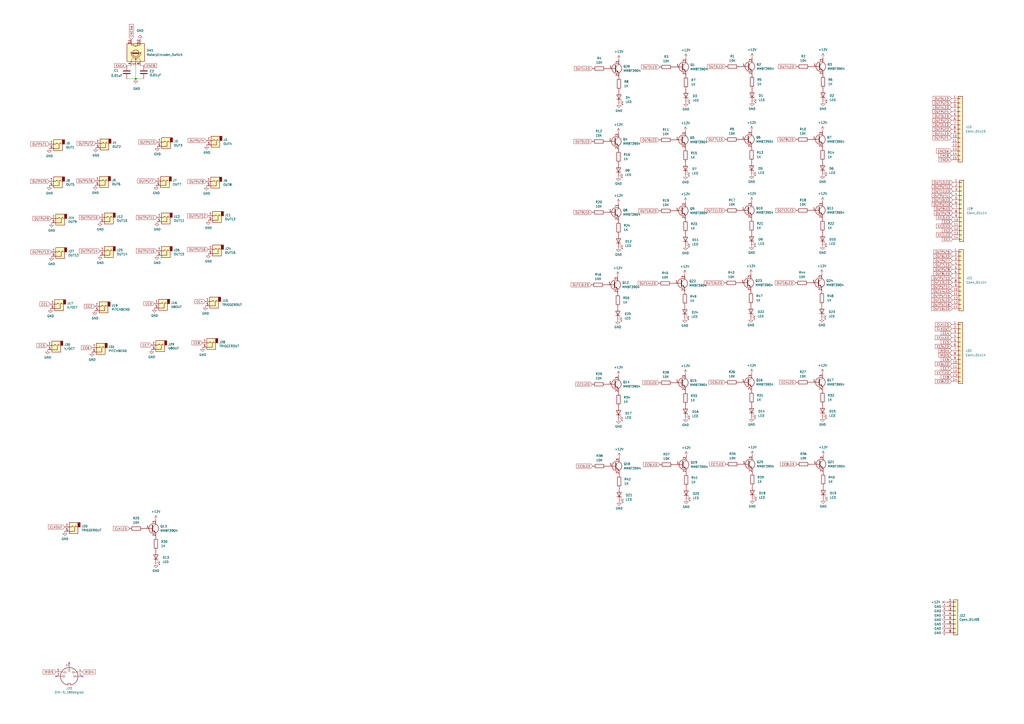
<source format=kicad_sch>
(kicad_sch (version 20230121) (generator eeschema)
  (paper "A2")
  (lib_symbols
    (symbol "Connector:DIN-5_180degree" (pin_names (offset 1.016))
      (property "Reference" "J" (at 3.175 5.715 0))
      (property "Value" "DIN-5_180degree" (at 0 -6.35 0))
      (symbol "DIN-5_180degree_1_1"
        (pin passive line (at -7.62 0 0) (length 2.54) (name "~") (number "1"))
        (pin passive line (at 0 7.62 270) (length 2.54) (name "~") (number "2"))
        (pin passive line (at 7.62 0 180) (length 2.54) (name "~") (number "3"))
        (pin passive line (at -7.62 2.54 0) (length 2.54) (name "~") (number "4"))
        (pin passive line (at 7.62 2.54 180) (length 2.54) (name "~") (number "5"))
      )
    )
    (symbol "Connector_Generic:Conn_01x08" (pin_names (offset 1.016) hide)
      (property "Reference" "J" (at 0 10.16 0))
      (property "Value" "Conn_01x08" (at 0 -12.7 0))
      (symbol "Conn_01x08_1_1"
        (pin passive line (at -5.08 7.62 0) (length 3.81) (name "Pin_1") (number "1"))
        (pin passive line (at -5.08 5.08 0) (length 3.81) (name "Pin_2") (number "2"))
        (pin passive line (at -5.08 2.54 0) (length 3.81) (name "Pin_3") (number "3"))
        (pin passive line (at -5.08 0 0) (length 3.81) (name "Pin_4") (number "4"))
        (pin passive line (at -5.08 -2.54 0) (length 3.81) (name "Pin_5") (number "5"))
        (pin passive line (at -5.08 -5.08 0) (length 3.81) (name "Pin_6") (number "6"))
        (pin passive line (at -5.08 -7.62 0) (length 3.81) (name "Pin_7") (number "7"))
        (pin passive line (at -5.08 -10.16 0) (length 3.81) (name "Pin_8") (number "8"))
      )
    )
    (symbol "Connector_Generic:Conn_01x14" (pin_names (offset 1.016) hide)
      (property "Reference" "J" (at 0 17.78 0))
      (property "Value" "Conn_01x14" (at 0 -20.32 0))
      (symbol "Conn_01x14_1_1"
        (pin passive line (at -5.08 15.24 0) (length 3.81) (name "Pin_1") (number "1"))
        (pin passive line (at -5.08 -7.62 0) (length 3.81) (name "Pin_10") (number "10"))
        (pin passive line (at -5.08 -10.16 0) (length 3.81) (name "Pin_11") (number "11"))
        (pin passive line (at -5.08 -12.7 0) (length 3.81) (name "Pin_12") (number "12"))
        (pin passive line (at -5.08 -15.24 0) (length 3.81) (name "Pin_13") (number "13"))
        (pin passive line (at -5.08 -17.78 0) (length 3.81) (name "Pin_14") (number "14"))
        (pin passive line (at -5.08 12.7 0) (length 3.81) (name "Pin_2") (number "2"))
        (pin passive line (at -5.08 10.16 0) (length 3.81) (name "Pin_3") (number "3"))
        (pin passive line (at -5.08 7.62 0) (length 3.81) (name "Pin_4") (number "4"))
        (pin passive line (at -5.08 5.08 0) (length 3.81) (name "Pin_5") (number "5"))
        (pin passive line (at -5.08 2.54 0) (length 3.81) (name "Pin_6") (number "6"))
        (pin passive line (at -5.08 0 0) (length 3.81) (name "Pin_7") (number "7"))
        (pin passive line (at -5.08 -2.54 0) (length 3.81) (name "Pin_8") (number "8"))
        (pin passive line (at -5.08 -5.08 0) (length 3.81) (name "Pin_9") (number "9"))
      )
    )
    (symbol "Connector_Generic:Conn_01x15" (pin_names (offset 1.016) hide)
      (property "Reference" "J" (at 0 20.32 0))
      (property "Value" "Conn_01x15" (at 0 -20.32 0))
      (symbol "Conn_01x15_1_1"
        (pin passive line (at -5.08 17.78 0) (length 3.81) (name "Pin_1") (number "1"))
        (pin passive line (at -5.08 -5.08 0) (length 3.81) (name "Pin_10") (number "10"))
        (pin passive line (at -5.08 -7.62 0) (length 3.81) (name "Pin_11") (number "11"))
        (pin passive line (at -5.08 -10.16 0) (length 3.81) (name "Pin_12") (number "12"))
        (pin passive line (at -5.08 -12.7 0) (length 3.81) (name "Pin_13") (number "13"))
        (pin passive line (at -5.08 -15.24 0) (length 3.81) (name "Pin_14") (number "14"))
        (pin passive line (at -5.08 -17.78 0) (length 3.81) (name "Pin_15") (number "15"))
        (pin passive line (at -5.08 15.24 0) (length 3.81) (name "Pin_2") (number "2"))
        (pin passive line (at -5.08 12.7 0) (length 3.81) (name "Pin_3") (number "3"))
        (pin passive line (at -5.08 10.16 0) (length 3.81) (name "Pin_4") (number "4"))
        (pin passive line (at -5.08 7.62 0) (length 3.81) (name "Pin_5") (number "5"))
        (pin passive line (at -5.08 5.08 0) (length 3.81) (name "Pin_6") (number "6"))
        (pin passive line (at -5.08 2.54 0) (length 3.81) (name "Pin_7") (number "7"))
        (pin passive line (at -5.08 0 0) (length 3.81) (name "Pin_8") (number "8"))
        (pin passive line (at -5.08 -2.54 0) (length 3.81) (name "Pin_9") (number "9"))
      )
    )
    (symbol "Device:C" (pin_numbers hide) (pin_names (offset 0.254))
      (property "Reference" "C" (at 0.635 2.54 0))
      (property "Value" "C" (at 0.635 -2.54 0))
      (symbol "C_1_1"
        (pin passive line (at 0 3.81 270) (length 2.794) (name "~") (number "1"))
        (pin passive line (at 0 -3.81 90) (length 2.794) (name "~") (number "2"))
      )
    )
    (symbol "Device:LED" (pin_numbers hide) (pin_names (offset 1.016) hide)
      (property "Reference" "D" (at 0 2.54 0))
      (property "Value" "LED" (at 0 -2.54 0))
      (symbol "LED_1_1"
        (pin passive line (at -3.81 0 0) (length 2.54) (name "K") (number "1"))
        (pin passive line (at 3.81 0 180) (length 2.54) (name "A") (number "2"))
      )
    )
    (symbol "Device:R" (pin_numbers hide) (pin_names (offset 0))
      (property "Reference" "R" (at 2.032 0 90))
      (property "Value" "R" (at 0 0 90))
      (symbol "R_1_1"
        (pin passive line (at 0 3.81 270) (length 1.27) (name "~") (number "1"))
        (pin passive line (at 0 -3.81 90) (length 1.27) (name "~") (number "2"))
      )
    )
    (symbol "Device:RotaryEncoder_Switch" (pin_names (offset 0.254) hide)
      (property "Reference" "SW" (at 0 6.604 0))
      (property "Value" "RotaryEncoder_Switch" (at 0 -6.604 0))
      (symbol "RotaryEncoder_Switch_1_1"
        (pin passive line (at -7.62 2.54 0) (length 2.54) (name "A") (number "A"))
        (pin passive line (at -7.62 -2.54 0) (length 2.54) (name "B") (number "B"))
        (pin passive line (at -7.62 0 0) (length 2.54) (name "C") (number "C"))
        (pin passive line (at 7.62 2.54 180) (length 2.54) (name "S1") (number "S1"))
        (pin passive line (at 7.62 -2.54 180) (length 2.54) (name "S2") (number "S2"))
      )
    )
    (symbol "MIDI2CVIO-rescue:AudioJack2-Connector"
      (property "Reference" "J" (at 0 8.89 0))
      (property "Value" "Connector_AudioJack2" (at 0 6.35 0))
      (symbol "AudioJack2-Connector_1_1"
        (pin passive line (at 5.08 2.54 180) (length 2.54) (name "~") (number "S"))
        (pin passive line (at 5.08 0 180) (length 2.54) (name "~") (number "T"))
      )
    )
    (symbol "Transistor_BJT:MMBT3904" (pin_names (offset 0) hide)
      (property "Reference" "Q" (at 5.08 1.905 0))
      (property "Value" "MMBT3904" (at 5.08 0 0))
      (symbol "MMBT3904_1_1"
        (pin input line (at -5.08 0 0) (length 5.715) (name "B") (number "1"))
        (pin passive line (at 2.54 -5.08 90) (length 2.54) (name "E") (number "2"))
        (pin passive line (at 2.54 5.08 270) (length 2.54) (name "C") (number "3"))
      )
    )
    (symbol "power:+12V" (power) (pin_names (offset 0))
      (property "Value" "+12V" (at 0 3.556 0))
      (symbol "+12V_1_1"
        (pin power_in line (at 0 0 90) (length 0) hide (name "+12V") (number "1"))
      )
    )
    (symbol "power:GND" (power) (pin_names (offset 0))
      (property "Value" "GND" (at 0 -3.81 0))
      (symbol "GND_1_1"
        (pin power_in line (at 0 0 270) (length 0) hide (name "GND") (number "1"))
      )
    )
  )
  (junction (at 78.74 45.72))
  (no_connect (at 32.512 392.303))
  (no_connect (at 47.752 392.303))
  (no_connect (at 40.132 384.683))
  (wire (pts (xy 73.533 38.1) (xy 76.2 38.1)))
  (wire (pts (xy 78.74 38.1) (xy 78.74 45.72)))
  (wire (pts (xy 81.28 38.1) (xy 83.439 38.1)))
  (wire (pts (xy 78.74 45.72) (xy 83.439 45.72)))
  (wire (pts (xy 73.533 45.72) (xy 78.74 45.72)))
  (global_label "OUTPUT14" (shape input) (at 58.039 145.542 180) (property "Intersheetrefs" "${INTERSHEET_REFS}" (effects hide)))
  (global_label "OUTPUT8" (shape input) (at 119.761 105.283 180) (property "Intersheetrefs" "${INTERSHEET_REFS}" (effects hide)))
  (global_label "CC5LED" (shape input) (at 552.069 200.914 180) (property "Intersheetrefs" "${INTERSHEET_REFS}" (effects hide)))
  (global_label "OUTPUT1" (shape input) (at 28.575 83.566 180) (property "Intersheetrefs" "${INTERSHEET_REFS}" (effects hide)))
  (global_label "OUT15LED" (shape input) (at 552.45 173.99 180) (property "Intersheetrefs" "${INTERSHEET_REFS}" (effects hide)))
  (global_label "OUT3LED" (shape input) (at 421.005 38.608 180) (property "Intersheetrefs" "${INTERSHEET_REFS}" (effects hide)))
  (global_label "OUT13LED" (shape input) (at 552.45 163.83 180) (property "Intersheetrefs" "${INTERSHEET_REFS}" (effects hide)))
  (global_label "OUTPUT16" (shape input) (at 552.45 176.53 180) (property "Intersheetrefs" "${INTERSHEET_REFS}" (effects hide)))
  (global_label "OUTPUT2" (shape input) (at 551.942 74.93 180) (property "Intersheetrefs" "${INTERSHEET_REFS}" (effects hide)))
  (global_label "OUT14LED" (shape input) (at 382.016 164.338 180) (property "Intersheetrefs" "${INTERSHEET_REFS}" (effects hide)))
  (global_label "ENCSW" (shape input) (at 551.942 87.63 180) (property "Intersheetrefs" "${INTERSHEET_REFS}" (effects hide)))
  (global_label "OUTPUT14" (shape input) (at 552.45 166.37 180) (property "Intersheetrefs" "${INTERSHEET_REFS}" (effects hide)))
  (global_label "OUTPUT12" (shape input) (at 552.704 108.331 180) (property "Intersheetrefs" "${INTERSHEET_REFS}" (effects hide)))
  (global_label "CC8" (shape input) (at 552.069 218.694 180) (property "Intersheetrefs" "${INTERSHEET_REFS}" (effects hide)))
  (global_label "OUTPUT3" (shape input) (at 551.942 69.85 180) (property "Intersheetrefs" "${INTERSHEET_REFS}" (effects hide)))
  (global_label "CC8" (shape input) (at 117.475 198.882 180) (property "Intersheetrefs" "${INTERSHEET_REFS}" (effects hide)))
  (global_label "CC2LED" (shape input) (at 382.397 221.996 180) (property "Intersheetrefs" "${INTERSHEET_REFS}" (effects hide)))
  (global_label "OUTPUT13" (shape input) (at 29.845 146.177 180) (property "Intersheetrefs" "${INTERSHEET_REFS}" (effects hide)))
  (global_label "OUT14LED" (shape input) (at 552.45 168.91 180) (property "Intersheetrefs" "${INTERSHEET_REFS}" (effects hide)))
  (global_label "OUTPUT5" (shape input) (at 551.942 59.69 180) (property "Intersheetrefs" "${INTERSHEET_REFS}" (effects hide)))
  (global_label "ENCA" (shape input) (at 73.533 38.1 180) (property "Intersheetrefs" "${INTERSHEET_REFS}" (effects hide)))
  (global_label "OUTPUT13" (shape input) (at 552.45 161.29 180) (property "Intersheetrefs" "${INTERSHEET_REFS}" (effects hide)))
  (global_label "OUT9LED" (shape input) (at 552.704 121.031 180) (property "Intersheetrefs" "${INTERSHEET_REFS}" (effects hide)))
  (global_label "CC3LED" (shape input) (at 420.751 221.742 180) (property "Intersheetrefs" "${INTERSHEET_REFS}" (effects hide)))
  (global_label "OUTPUT4" (shape input) (at 551.942 64.77 180) (property "Intersheetrefs" "${INTERSHEET_REFS}" (effects hide)))
  (global_label "OUTPUT12" (shape input) (at 120.777 125.222 180) (property "Intersheetrefs" "${INTERSHEET_REFS}" (effects hide)))
  (global_label "OUT5LED" (shape input) (at 343.535 82.042 180) (property "Intersheetrefs" "${INTERSHEET_REFS}" (effects hide)))
  (global_label "CC7" (shape input) (at 552.069 213.614 180) (property "Intersheetrefs" "${INTERSHEET_REFS}" (effects hide)))
  (global_label "OUT10LED" (shape input) (at 552.704 115.951 180) (property "Intersheetrefs" "${INTERSHEET_REFS}" (effects hide)))
  (global_label "CC8LED" (shape input) (at 552.069 221.234 180) (property "Intersheetrefs" "${INTERSHEET_REFS}" (effects hide)))
  (global_label "CC5" (shape input) (at 27.559 200.406 180) (property "Intersheetrefs" "${INTERSHEET_REFS}" (effects hide)))
  (global_label "MIDI4" (shape input) (at 552.069 203.454 180) (property "Intersheetrefs" "${INTERSHEET_REFS}" (effects hide)))
  (global_label "OUT7LED" (shape input) (at 552.45 153.67 180) (property "Intersheetrefs" "${INTERSHEET_REFS}" (effects hide)))
  (global_label "OUT4LED" (shape input) (at 551.942 62.23 180) (property "Intersheetrefs" "${INTERSHEET_REFS}" (effects hide)))
  (global_label "CC1LED" (shape input) (at 552.704 136.271 180) (property "Intersheetrefs" "${INTERSHEET_REFS}" (effects hide)))
  (global_label "OUTPUT6" (shape input) (at 55.245 104.902 180) (property "Intersheetrefs" "${INTERSHEET_REFS}" (effects hide)))
  (global_label "OUT2LED" (shape input) (at 382.651 38.862 180) (property "Intersheetrefs" "${INTERSHEET_REFS}" (effects hide)))
  (global_label "CC2" (shape input) (at 552.704 133.731 180) (property "Intersheetrefs" "${INTERSHEET_REFS}" (effects hide)))
  (global_label "OUTPUT11" (shape input) (at 552.704 113.411 180) (property "Intersheetrefs" "${INTERSHEET_REFS}" (effects hide)))
  (global_label "OUTPUT8" (shape input) (at 552.45 156.21 180) (property "Intersheetrefs" "${INTERSHEET_REFS}" (effects hide)))
  (global_label "OUTPUT10" (shape input) (at 58.039 126.111 180) (property "Intersheetrefs" "${INTERSHEET_REFS}" (effects hide)))
  (global_label "CLKLED" (shape input) (at 75.184 306.578 180) (property "Intersheetrefs" "${INTERSHEET_REFS}" (effects hide)))
  (global_label "OUT2LED" (shape input) (at 551.942 72.39 180) (property "Intersheetrefs" "${INTERSHEET_REFS}" (effects hide)))
  (global_label "MIDI5" (shape input) (at 552.069 205.994 180) (property "Intersheetrefs" "${INTERSHEET_REFS}" (effects hide)))
  (global_label "OUT12LED" (shape input) (at 552.704 105.791 180) (property "Intersheetrefs" "${INTERSHEET_REFS}" (effects hide)))
  (global_label "OUTPUT9" (shape input) (at 552.704 123.571 180) (property "Intersheetrefs" "${INTERSHEET_REFS}" (effects hide)))
  (global_label "CC2" (shape input) (at 54.991 177.673 180) (property "Intersheetrefs" "${INTERSHEET_REFS}" (effects hide)))
  (global_label "OUTPUT7" (shape input) (at 552.45 151.13 180) (property "Intersheetrefs" "${INTERSHEET_REFS}" (effects hide)))
  (global_label "CC7" (shape input) (at 87.884 200.152 180) (property "Intersheetrefs" "${INTERSHEET_REFS}" (effects hide)))
  (global_label "OUTPUT3" (shape input) (at 91.186 82.423 180) (property "Intersheetrefs" "${INTERSHEET_REFS}" (effects hide)))
  (global_label "CC5LED" (shape input) (at 343.916 270.383 180) (property "Intersheetrefs" "${INTERSHEET_REFS}" (effects hide)))
  (global_label "OUT8LED" (shape input) (at 552.45 158.75 180) (property "Intersheetrefs" "${INTERSHEET_REFS}" (effects hide)))
  (global_label "OUTPUT10" (shape input) (at 552.704 118.491 180) (property "Intersheetrefs" "${INTERSHEET_REFS}" (effects hide)))
  (global_label "CC3LED" (shape input) (at 552.704 126.111 180) (property "Intersheetrefs" "${INTERSHEET_REFS}" (effects hide)))
  (global_label "CC2LED" (shape input) (at 552.704 131.191 180) (property "Intersheetrefs" "${INTERSHEET_REFS}" (effects hide)))
  (global_label "CC1" (shape input) (at 552.704 138.811 180) (property "Intersheetrefs" "${INTERSHEET_REFS}" (effects hide)))
  (global_label "OUTPUT9" (shape input) (at 29.845 126.746 180) (property "Intersheetrefs" "${INTERSHEET_REFS}" (effects hide)))
  (global_label "OUTPUT7" (shape input) (at 90.551 105.029 180) (property "Intersheetrefs" "${INTERSHEET_REFS}" (effects hide)))
  (global_label "CC6" (shape input) (at 552.069 208.534 180) (property "Intersheetrefs" "${INTERSHEET_REFS}" (effects hide)))
  (global_label "CC7LED" (shape input) (at 552.069 216.154 180) (property "Intersheetrefs" "${INTERSHEET_REFS}" (effects hide)))
  (global_label "OUT8LED" (shape input) (at 461.899 80.899 180) (property "Intersheetrefs" "${INTERSHEET_REFS}" (effects hide)))
  (global_label "OUT11LED" (shape input) (at 420.751 122.047 180) (property "Intersheetrefs" "${INTERSHEET_REFS}" (effects hide)))
  (global_label "OUT11LED" (shape input) (at 552.704 110.871 180) (property "Intersheetrefs" "${INTERSHEET_REFS}" (effects hide)))
  (global_label "MIDI4" (shape input) (at 47.752 389.763 0) (property "Intersheetrefs" "${INTERSHEET_REFS}" (effects hide)))
  (global_label "OUT1LED" (shape input) (at 551.942 77.47 180) (property "Intersheetrefs" "${INTERSHEET_REFS}" (effects hide)))
  (global_label "MIDI5" (shape input) (at 32.512 389.763 180) (property "Intersheetrefs" "${INTERSHEET_REFS}" (effects hide)))
  (global_label "CC8LED" (shape input) (at 462.28 269.24 180) (property "Intersheetrefs" "${INTERSHEET_REFS}" (effects hide)))
  (global_label "CC6" (shape input) (at 53.34 201.676 180) (property "Intersheetrefs" "${INTERSHEET_REFS}" (effects hide)))
  (global_label "OUT10LED" (shape input) (at 382.397 122.301 180) (property "Intersheetrefs" "${INTERSHEET_REFS}" (effects hide)))
  (global_label "CC7LED" (shape input) (at 421.132 269.24 180) (property "Intersheetrefs" "${INTERSHEET_REFS}" (effects hide)))
  (global_label "CC5" (shape input) (at 552.069 198.374 180) (property "Intersheetrefs" "${INTERSHEET_REFS}" (effects hide)))
  (global_label "OUTPUT5" (shape input) (at 28.575 105.156 180) (property "Intersheetrefs" "${INTERSHEET_REFS}" (effects hide)))
  (global_label "OUTPUT6" (shape input) (at 552.45 146.05 180) (property "Intersheetrefs" "${INTERSHEET_REFS}" (effects hide)))
  (global_label "OUTPUT15" (shape input) (at 552.45 171.45 180) (property "Intersheetrefs" "${INTERSHEET_REFS}" (effects hide)))
  (global_label "OUTPUT1" (shape input) (at 551.942 80.01 180) (property "Intersheetrefs" "${INTERSHEET_REFS}" (effects hide)))
  (global_label "CC4" (shape input) (at 119.126 174.879 180) (property "Intersheetrefs" "${INTERSHEET_REFS}" (effects hide)))
  (global_label "OUT7LED" (shape input) (at 420.751 80.899 180) (property "Intersheetrefs" "${INTERSHEET_REFS}" (effects hide)))
  (global_label "CC4LED" (shape input) (at 461.899 221.742 180) (property "Intersheetrefs" "${INTERSHEET_REFS}" (effects hide)))
  (global_label "CLKLED" (shape input) (at 552.069 188.214 180) (property "Intersheetrefs" "${INTERSHEET_REFS}" (effects hide)))
  (global_label "OUT13LED" (shape input) (at 343.154 165.227 180) (property "Intersheetrefs" "${INTERSHEET_REFS}" (effects hide)))
  (global_label "OUTPUT15" (shape input) (at 91.059 145.542 180) (property "Intersheetrefs" "${INTERSHEET_REFS}" (effects hide)))
  (global_label "OUT3LED" (shape input) (at 551.942 67.31 180) (property "Intersheetrefs" "${INTERSHEET_REFS}" (effects hide)))
  (global_label "CC1" (shape input) (at 29.21 176.403 180) (property "Intersheetrefs" "${INTERSHEET_REFS}" (effects hide)))
  (global_label "OUT6LED" (shape input) (at 552.45 148.59 180) (property "Intersheetrefs" "${INTERSHEET_REFS}" (effects hide)))
  (global_label "CLKOUT" (shape input) (at 552.069 190.754 180) (property "Intersheetrefs" "${INTERSHEET_REFS}" (effects hide)))
  (global_label "OUT16LED" (shape input) (at 461.518 164.084 180) (property "Intersheetrefs" "${INTERSHEET_REFS}" (effects hide)))
  (global_label "OUTPUT11" (shape input) (at 91.059 126.111 180) (property "Intersheetrefs" "${INTERSHEET_REFS}" (effects hide)))
  (global_label "CC4" (shape input) (at 552.069 193.294 180) (property "Intersheetrefs" "${INTERSHEET_REFS}" (effects hide)))
  (global_label "CC6LED" (shape input) (at 382.778 269.494 180) (property "Intersheetrefs" "${INTERSHEET_REFS}" (effects hide)))
  (global_label "OUTPUT4" (shape input) (at 119.888 81.534 180) (property "Intersheetrefs" "${INTERSHEET_REFS}" (effects hide)))
  (global_label "OUT6LED" (shape input) (at 382.397 81.153 180) (property "Intersheetrefs" "${INTERSHEET_REFS}" (effects hide)))
  (global_label "OUT1LED" (shape input) (at 343.789 39.751 180) (property "Intersheetrefs" "${INTERSHEET_REFS}" (effects hide)))
  (global_label "CC1LED" (shape input) (at 343.535 222.885 180) (property "Intersheetrefs" "${INTERSHEET_REFS}" (effects hide)))
  (global_label "OUT15LED" (shape input) (at 420.37 164.084 180) (property "Intersheetrefs" "${INTERSHEET_REFS}" (effects hide)))
  (global_label "OUT4LED" (shape input) (at 462.153 38.608 180) (property "Intersheetrefs" "${INTERSHEET_REFS}" (effects hide)))
  (global_label "ENCB" (shape input) (at 83.439 38.1 0) (property "Intersheetrefs" "${INTERSHEET_REFS}" (effects hide)))
  (global_label "ENCSW" (shape input) (at 76.2 22.86 90) (property "Intersheetrefs" "${INTERSHEET_REFS}" (effects hide)))
  (global_label "OUT16LED" (shape input) (at 552.45 179.07 180) (property "Intersheetrefs" "${INTERSHEET_REFS}" (effects hide)))
  (global_label "OUTPUT2" (shape input) (at 55.499 83.185 180) (property "Intersheetrefs" "${INTERSHEET_REFS}" (effects hide)))
  (global_label "ENCB" (shape input) (at 551.942 90.17 180) (property "Intersheetrefs" "${INTERSHEET_REFS}" (effects hide)))
  (global_label "CLKOUT" (shape input) (at 37.592 305.689 180) (property "Intersheetrefs" "${INTERSHEET_REFS}" (effects hide)))
  (global_label "OUTPUT16" (shape input) (at 120.777 144.653 180) (property "Intersheetrefs" "${INTERSHEET_REFS}" (effects hide)))
  (global_label "OUT12LED" (shape input) (at 461.899 122.047 180) (property "Intersheetrefs" "${INTERSHEET_REFS}" (effects hide)))
  (global_label "CC6LED" (shape input) (at 552.069 211.074 180) (property "Intersheetrefs" "${INTERSHEET_REFS}" (effects hide)))
  (global_label "ENCA" (shape input) (at 551.942 92.71 180) (property "Intersheetrefs" "${INTERSHEET_REFS}" (effects hide)))
  (global_label "CC3" (shape input) (at 89.535 176.149 180) (property "Intersheetrefs" "${INTERSHEET_REFS}" (effects hide)))
  (global_label "CC4LED" (shape input) (at 552.069 195.834 180) (property "Intersheetrefs" "${INTERSHEET_REFS}" (effects hide)))
  (global_label "OUT9LED" (shape input) (at 343.535 123.19 180) (property "Intersheetrefs" "${INTERSHEET_REFS}" (effects hide)))
  (global_label "CC3" (shape input) (at 552.704 128.651 180) (property "Intersheetrefs" "${INTERSHEET_REFS}" (effects hide)))
  (global_label "OUT5LED" (shape input) (at 551.942 57.15 180) (property "Intersheetrefs" "${INTERSHEET_REFS}" (effects hide)))
  (symbol (lib_id "Connector:DIN-5_180degree") (at 40.132 392.303 0) (mirror y) (unit 1)
    (property "Reference" "J23" (at 40.132 399.288 0))
    (property "Value" "DIN-5_180degree" (at 40.132 401.5994 0))
    (property "Footprint" "Connector_PinHeader_2.54mm:PinHeader_1x05_P2.54mm_Vertical" (effects hide))
    (property "Datasheet" "http://www.mouser.com/ds/2/18/40_c091_abd_e-75918.pdf" (effects hide))
  )
  (symbol (lib_id "MIDI2CVIO-rescue:AudioJack2-Connector") (at 33.655 83.566 180) (unit 1)
    (property "Reference" "J5" (at 38.227 83.1342 0) (effects (justify right)))
    (property "Value" "OUT1" (at 38.227 85.4456 0) (effects (justify right)))
    (property "Footprint" "112APCX:SWITCHCRAFT_112APCX" (effects hide))
  )
  (symbol (lib_id "Connector_Generic:Conn_01x08") (at 554.355 356.87 0) (unit 1)
    (property "Reference" "J22" (at 556.387 357.0732 0) (effects (justify left)))
    (property "Value" "Conn_01x08" (at 556.387 359.3846 0) (effects (justify left)))
    (property "Footprint" "Connector_PinHeader_2.54mm:PinHeader_1x08_P2.54mm_Vertical" (effects hide))
  )
  (symbol (lib_id "power:GND") (at 549.275 359.41 270) (unit 1)
    (property "Reference" "#PWR058" (effects hide))
    (property "Value" "GND" (at 546.0238 359.537 90) (effects (justify right)))
  )
  (symbol (lib_id "power:GND") (at 549.275 367.03 270) (unit 1)
    (property "Reference" "#PWR061" (effects hide))
    (property "Value" "GND" (at 546.0238 367.157 90) (effects (justify right)))
  )
  (symbol (lib_id "power:GND") (at 549.275 356.87 270) (unit 1)
    (property "Reference" "#PWR057" (effects hide))
    (property "Value" "GND" (at 546.0238 356.997 90) (effects (justify right)))
  )
  (symbol (lib_id "MIDI2CVIO-rescue:AudioJack2-Connector") (at 60.579 83.185 180) (unit 1)
    (property "Reference" "J4" (at 65.151 82.7532 0) (effects (justify right)))
    (property "Value" "OUT2" (at 65.151 85.0646 0) (effects (justify right)))
    (property "Footprint" "112APCX:SWITCHCRAFT_112APCX" (effects hide))
  )
  (symbol (lib_id "MIDI2CVIO-rescue:AudioJack2-Connector") (at 33.655 105.156 180) (unit 1)
    (property "Reference" "J8" (at 38.227 104.7242 0) (effects (justify right)))
    (property "Value" "OUT5" (at 38.227 107.0356 0) (effects (justify right)))
    (property "Footprint" "112APCX:SWITCHCRAFT_112APCX" (effects hide))
  )
  (symbol (lib_id "MIDI2CVIO-rescue:AudioJack2-Connector") (at 60.325 104.902 180) (unit 1)
    (property "Reference" "J6" (at 64.897 104.4702 0) (effects (justify right)))
    (property "Value" "OUT6" (at 64.897 106.7816 0) (effects (justify right)))
    (property "Footprint" "112APCX:SWITCHCRAFT_112APCX" (effects hide))
  )
  (symbol (lib_id "power:GND") (at 549.275 364.49 270) (unit 1)
    (property "Reference" "#PWR060" (effects hide))
    (property "Value" "GND" (at 546.0238 364.617 90) (effects (justify right)))
  )
  (symbol (lib_id "power:GND") (at 549.275 351.79 270) (unit 1)
    (property "Reference" "#PWR055" (effects hide))
    (property "Value" "GND" (at 546.0238 351.917 90) (effects (justify right)))
  )
  (symbol (lib_id "power:GND") (at 28.575 86.106 0) (unit 1)
    (property "Reference" "#PWR010" (effects hide))
    (property "Value" "GND" (at 28.702 90.5002 0))
  )
  (symbol (lib_id "power:GND") (at 55.499 85.725 0) (unit 1)
    (property "Reference" "#PWR09" (effects hide))
    (property "Value" "GND" (at 55.626 90.1192 0))
  )
  (symbol (lib_id "power:GND") (at 28.575 107.696 0) (unit 1)
    (property "Reference" "#PWR017" (effects hide))
    (property "Value" "GND" (at 28.702 112.0902 0))
  )
  (symbol (lib_id "power:GND") (at 55.245 107.442 0) (unit 1)
    (property "Reference" "#PWR015" (effects hide))
    (property "Value" "GND" (at 55.372 111.8362 0))
  )
  (symbol (lib_id "Device:LED") (at 398.018 286.004 90) (unit 1)
    (property "Reference" "D20" (at 401.828 286.3215 90) (effects (justify right)))
    (property "Value" "LED" (at 401.828 288.8615 90) (effects (justify right)))
    (property "Footprint" "LED_THT:LED_D5.0mm" (effects hide))
  )
  (symbol (lib_id "Transistor_BJT:MMBT3904") (at 433.07 164.084 0) (unit 1)
    (property "Reference" "Q23" (at 438.15 162.814 0) (effects (justify left)))
    (property "Value" "MMBT3904" (at 438.15 165.354 0) (effects (justify left)))
    (property "Footprint" "112APCX:SOT-23-WIDE" (effects hide))
    (property "Datasheet" "https://www.onsemi.com/pdf/datasheet/pzt3904-d.pdf" (effects hide))
  )
  (symbol (lib_id "power:+12V") (at 397.637 117.221 0) (unit 1)
    (property "Reference" "#PWR037" (effects hide))
    (property "Value" "+12V" (at 397.637 112.522 0))
  )
  (symbol (lib_id "power:+12V") (at 436.372 264.16 0) (unit 1)
    (property "Reference" "#PWR072" (effects hide))
    (property "Value" "+12V" (at 436.372 259.461 0))
  )
  (symbol (lib_id "Device:R") (at 90.424 315.468 180) (unit 1)
    (property "Reference" "R30" (at 93.345 314.198 0) (effects (justify right)))
    (property "Value" "1K" (at 93.345 316.738 0) (effects (justify right)))
    (property "Footprint" "Resistor_THT:R_Axial_DIN0207_L6.3mm_D2.5mm_P2.54mm_Vertical" (effects hide))
  )
  (symbol (lib_id "power:GND") (at 29.845 129.286 0) (unit 1)
    (property "Reference" "#PWR026" (effects hide))
    (property "Value" "GND" (at 29.972 133.6802 0))
  )
  (symbol (lib_id "Transistor_BJT:MMBT3904") (at 395.478 269.494 0) (unit 1)
    (property "Reference" "Q19" (at 400.558 268.224 0) (effects (justify left)))
    (property "Value" "MMBT3904" (at 400.558 270.764 0) (effects (justify left)))
    (property "Footprint" "112APCX:SOT-23-WIDE" (effects hide))
    (property "Datasheet" "https://www.onsemi.com/pdf/datasheet/pzt3904-d.pdf" (effects hide))
  )
  (symbol (lib_id "Transistor_BJT:MMBT3904") (at 355.854 165.227 0) (unit 1)
    (property "Reference" "Q12" (at 360.934 163.957 0) (effects (justify left)))
    (property "Value" "MMBT3904" (at 360.934 166.497 0) (effects (justify left)))
    (property "Footprint" "112APCX:SOT-23-WIDE" (effects hide))
    (property "Datasheet" "https://www.onsemi.com/pdf/datasheet/pzt3904-d.pdf" (effects hide))
  )
  (symbol (lib_id "power:+12V") (at 477.393 33.528 0) (unit 1)
    (property "Reference" "#PWR04" (effects hide))
    (property "Value" "+12V" (at 477.393 28.829 0))
  )
  (symbol (lib_id "Device:LED") (at 477.139 138.557 90) (unit 1)
    (property "Reference" "D10" (at 480.949 138.8745 90) (effects (justify right)))
    (property "Value" "LED" (at 480.949 141.4145 90) (effects (justify right)))
    (property "Footprint" "LED_THT:LED_D5.0mm" (effects hide))
  )
  (symbol (lib_id "MIDI2CVIO-rescue:AudioJack2-Connector") (at 96.266 82.423 180) (unit 1)
    (property "Reference" "J3" (at 100.838 81.9912 0) (effects (justify right)))
    (property "Value" "OUT3" (at 100.838 84.3026 0) (effects (justify right)))
    (property "Footprint" "112APCX:SWITCHCRAFT_112APCX" (effects hide))
  )
  (symbol (lib_id "MIDI2CVIO-rescue:AudioJack2-Connector") (at 34.925 146.177 180) (unit 1)
    (property "Reference" "J27" (at 39.497 145.7452 0) (effects (justify right)))
    (property "Value" "OUT13" (at 39.497 148.0566 0) (effects (justify right)))
    (property "Footprint" "112APCX:SWITCHCRAFT_112APCX" (effects hide))
  )
  (symbol (lib_id "MIDI2CVIO-rescue:AudioJack2-Connector") (at 95.631 105.029 180) (unit 1)
    (property "Reference" "J7" (at 100.203 104.5972 0) (effects (justify right)))
    (property "Value" "OUT7" (at 100.203 106.9086 0) (effects (justify right)))
    (property "Footprint" "112APCX:SWITCHCRAFT_112APCX" (effects hide))
  )
  (symbol (lib_id "power:+12V") (at 477.139 75.819 0) (unit 1)
    (property "Reference" "#PWR020" (effects hide))
    (property "Value" "+12V" (at 477.139 71.12 0))
  )
  (symbol (lib_id "Device:LED") (at 397.637 97.663 90) (unit 1)
    (property "Reference" "D7" (at 401.447 97.9805 90) (effects (justify right)))
    (property "Value" "LED" (at 401.447 100.5205 90) (effects (justify right)))
    (property "Footprint" "LED_THT:LED_D5.0mm" (effects hide))
  )
  (symbol (lib_id "power:GND") (at 435.991 242.062 0) (unit 1)
    (property "Reference" "#PWR050" (effects hide))
    (property "Value" "GND" (at 435.991 246.253 0))
  )
  (symbol (lib_id "Device:R") (at 477.139 230.632 180) (unit 1)
    (property "Reference" "R32" (at 480.06 229.362 0) (effects (justify right)))
    (property "Value" "1K" (at 480.06 231.902 0) (effects (justify right)))
    (property "Footprint" "Resistor_THT:R_Axial_DIN0207_L6.3mm_D2.5mm_P2.54mm_Vertical" (effects hide))
  )
  (symbol (lib_id "MIDI2CVIO-rescue:AudioJack2-Connector") (at 124.841 105.283 180) (unit 1)
    (property "Reference" "J9" (at 129.413 104.8512 0) (effects (justify right)))
    (property "Value" "OUT8" (at 129.413 107.1626 0) (effects (justify right)))
    (property "Footprint" "112APCX:SWITCHCRAFT_112APCX" (effects hide))
  )
  (symbol (lib_id "Transistor_BJT:MMBT3904") (at 395.097 81.153 0) (unit 1)
    (property "Reference" "Q5" (at 400.177 79.883 0) (effects (justify left)))
    (property "Value" "MMBT3904" (at 400.177 82.423 0) (effects (justify left)))
    (property "Footprint" "112APCX:SOT-23-WIDE" (effects hide))
    (property "Datasheet" "https://www.onsemi.com/pdf/datasheet/pzt3904-d.pdf" (effects hide))
  )
  (symbol (lib_id "MIDI2CVIO-rescue:AudioJack2-Connector") (at 32.639 200.406 180) (unit 1)
    (property "Reference" "J30" (at 37.211 199.9742 0) (effects (justify right)))
    (property "Value" "V/OCT" (at 37.211 202.2856 0) (effects (justify right)))
    (property "Footprint" "112APCX:SWITCHCRAFT_112APCX" (effects hide))
  )
  (symbol (lib_id "Device:R") (at 424.942 269.24 90) (unit 1)
    (property "Reference" "R35" (at 424.942 263.271 90))
    (property "Value" "10K" (at 424.942 265.811 90))
    (property "Footprint" "Resistor_THT:R_Axial_DIN0207_L6.3mm_D2.5mm_P2.54mm_Vertical" (effects hide))
  )
  (symbol (lib_id "power:GND") (at 120.777 147.193 0) (unit 1)
    (property "Reference" "#PWR064" (effects hide))
    (property "Value" "GND" (at 120.904 151.5872 0))
  )
  (symbol (lib_id "MIDI2CVIO-rescue:AudioJack2-Connector") (at 124.206 174.879 180) (unit 1)
    (property "Reference" "J15" (at 128.778 174.4472 0) (effects (justify right)))
    (property "Value" "TRIGGEROUT" (at 128.778 176.7586 0) (effects (justify right)))
    (property "Footprint" "112APCX:SWITCHCRAFT_112APCX" (effects hide))
  )
  (symbol (lib_id "power:+12V") (at 549.275 349.25 90) (unit 1)
    (property "Reference" "#PWR054" (effects hide))
    (property "Value" "+12V" (at 545.465 349.25 90) (effects (justify left)))
  )
  (symbol (lib_id "Transistor_BJT:MMBT3904") (at 395.351 38.862 0) (unit 1)
    (property "Reference" "Q1" (at 400.431 37.592 0) (effects (justify left)))
    (property "Value" "MMBT3904" (at 400.431 40.132 0) (effects (justify left)))
    (property "Footprint" "112APCX:SOT-23-WIDE" (effects hide))
    (property "Datasheet" "https://www.onsemi.com/pdf/datasheet/pzt3904-d.pdf" (effects hide))
  )
  (symbol (lib_id "Device:R") (at 424.815 38.608 90) (unit 1)
    (property "Reference" "R1" (at 424.815 32.639 90))
    (property "Value" "10K" (at 424.815 35.179 90))
    (property "Footprint" "Resistor_THT:R_Axial_DIN0207_L6.3mm_D2.5mm_P2.54mm_Vertical" (effects hide))
  )
  (symbol (lib_id "power:GND") (at 549.275 361.95 270) (unit 1)
    (property "Reference" "#PWR059" (effects hide))
    (property "Value" "GND" (at 546.0238 362.077 90) (effects (justify right)))
  )
  (symbol (lib_id "power:GND") (at 358.775 243.205 0) (unit 1)
    (property "Reference" "#PWR053" (effects hide))
    (property "Value" "GND" (at 358.775 247.396 0))
  )
  (symbol (lib_id "power:+12V") (at 435.991 216.662 0) (unit 1)
    (property "Reference" "#PWR044" (effects hide))
    (property "Value" "+12V" (at 435.991 211.963 0))
  )
  (symbol (lib_id "power:GND") (at 436.372 289.56 0) (unit 1)
    (property "Reference" "#PWR076" (effects hide))
    (property "Value" "GND" (at 436.372 293.751 0))
  )
  (symbol (lib_id "Device:C") (at 83.439 41.91 0) (unit 1)
    (property "Reference" "C2" (at 86.741 41.275 0) (effects (justify left)))
    (property "Value" "0.01uF" (at 86.868 43.561 0) (effects (justify left)))
    (property "Footprint" "Capacitor_THT:C_Disc_D3.0mm_W2.0mm_P2.50mm" (effects hide))
  )
  (symbol (lib_id "power:GND") (at 435.991 101.219 0) (unit 1)
    (property "Reference" "#PWR027" (effects hide))
    (property "Value" "GND" (at 435.991 105.41 0))
  )
  (symbol (lib_id "MIDI2CVIO-rescue:AudioJack2-Connector") (at 58.42 201.676 180) (unit 1)
    (property "Reference" "J31" (at 62.992 201.2442 0) (effects (justify right)))
    (property "Value" "PITCHBEND" (at 62.992 203.5556 0) (effects (justify right)))
    (property "Footprint" "112APCX:SWITCHCRAFT_112APCX" (effects hide))
  )
  (symbol (lib_id "Device:R") (at 397.637 131.191 180) (unit 1)
    (property "Reference" "R23" (at 400.558 129.921 0) (effects (justify right)))
    (property "Value" "1K" (at 400.558 132.461 0) (effects (justify right)))
    (property "Footprint" "Resistor_THT:R_Axial_DIN0207_L6.3mm_D2.5mm_P2.54mm_Vertical" (effects hide))
  )
  (symbol (lib_id "Device:LED") (at 435.991 138.557 90) (unit 1)
    (property "Reference" "D9" (at 439.801 138.8745 90) (effects (justify right)))
    (property "Value" "LED" (at 439.801 141.4145 90) (effects (justify right)))
    (property "Footprint" "LED_THT:LED_D5.0mm" (effects hide))
  )
  (symbol (lib_id "power:GND") (at 477.393 58.928 0) (unit 1)
    (property "Reference" "#PWR012" (effects hide))
    (property "Value" "GND" (at 477.393 63.119 0))
  )
  (symbol (lib_id "power:+12V") (at 397.256 159.258 0) (unit 1)
    (property "Reference" "#PWR082" (effects hide))
    (property "Value" "+12V" (at 397.256 154.559 0))
  )
  (symbol (lib_id "Device:LED") (at 476.758 180.594 90) (unit 1)
    (property "Reference" "D23" (at 480.568 180.9115 90) (effects (justify right)))
    (property "Value" "LED" (at 480.568 183.4515 90) (effects (justify right)))
    (property "Footprint" "LED_THT:LED_D5.0mm" (effects hide))
  )
  (symbol (lib_id "Transistor_BJT:MMBT3904") (at 474.599 122.047 0) (unit 1)
    (property "Reference" "Q11" (at 479.679 120.777 0) (effects (justify left)))
    (property "Value" "MMBT3904" (at 479.679 123.317 0) (effects (justify left)))
    (property "Footprint" "112APCX:SOT-23-WIDE" (effects hide))
    (property "Datasheet" "https://www.onsemi.com/pdf/datasheet/pzt3904-d.pdf" (effects hide))
  )
  (symbol (lib_id "Device:R") (at 465.963 38.608 90) (unit 1)
    (property "Reference" "R2" (at 465.963 32.639 90))
    (property "Value" "10K" (at 465.963 35.179 90))
    (property "Footprint" "Resistor_THT:R_Axial_DIN0207_L6.3mm_D2.5mm_P2.54mm_Vertical" (effects hide))
  )
  (symbol (lib_id "Transistor_BJT:MMBT3904") (at 433.705 38.608 0) (unit 1)
    (property "Reference" "Q2" (at 438.785 37.338 0) (effects (justify left)))
    (property "Value" "MMBT3904" (at 438.785 39.878 0) (effects (justify left)))
    (property "Footprint" "112APCX:SOT-23-WIDE" (effects hide))
    (property "Datasheet" "https://www.onsemi.com/pdf/datasheet/pzt3904-d.pdf" (effects hide))
  )
  (symbol (lib_id "power:+12V") (at 397.637 76.073 0) (unit 1)
    (property "Reference" "#PWR021" (effects hide))
    (property "Value" "+12V" (at 397.637 71.374 0))
  )
  (symbol (lib_id "Device:R") (at 436.245 47.498 180) (unit 1)
    (property "Reference" "R5" (at 439.166 46.228 0) (effects (justify right)))
    (property "Value" "1K" (at 439.166 48.768 0) (effects (justify right)))
    (property "Footprint" "Resistor_THT:R_Axial_DIN0207_L6.3mm_D2.5mm_P2.54mm_Vertical" (effects hide))
  )
  (symbol (lib_id "power:GND") (at 119.761 107.823 0) (unit 1)
    (property "Reference" "#PWR018" (effects hide))
    (property "Value" "GND" (at 119.888 112.2172 0))
  )
  (symbol (lib_id "power:GND") (at 119.126 177.419 0) (unit 1)
    (property "Reference" "#PWR031" (effects hide))
    (property "Value" "GND" (at 119.253 181.8132 0))
  )
  (symbol (lib_id "Device:R") (at 359.029 48.641 180) (unit 1)
    (property "Reference" "R8" (at 361.95 47.371 0) (effects (justify right)))
    (property "Value" "1K" (at 361.95 49.911 0) (effects (justify right)))
    (property "Footprint" "Resistor_THT:R_Axial_DIN0207_L6.3mm_D2.5mm_P2.54mm_Vertical" (effects hide))
  )
  (symbol (lib_id "Device:R") (at 358.775 132.08 180) (unit 1)
    (property "Reference" "R24" (at 361.696 130.81 0) (effects (justify right)))
    (property "Value" "1K" (at 361.696 133.35 0) (effects (justify right)))
    (property "Footprint" "Resistor_THT:R_Axial_DIN0207_L6.3mm_D2.5mm_P2.54mm_Vertical" (effects hide))
  )
  (symbol (lib_id "power:GND") (at 91.059 128.651 0) (unit 1)
    (property "Reference" "#PWR025" (effects hide))
    (property "Value" "GND" (at 91.186 133.0452 0))
  )
  (symbol (lib_id "power:GND") (at 397.891 59.182 0) (unit 1)
    (property "Reference" "#PWR013" (effects hide))
    (property "Value" "GND" (at 397.891 63.373 0))
  )
  (symbol (lib_id "MIDI2CVIO-rescue:AudioJack2-Connector") (at 125.857 144.653 180) (unit 1)
    (property "Reference" "J24" (at 130.429 144.2212 0) (effects (justify right)))
    (property "Value" "OUT16" (at 130.429 146.5326 0) (effects (justify right)))
    (property "Footprint" "112APCX:SWITCHCRAFT_112APCX" (effects hide))
  )
  (symbol (lib_id "power:GND") (at 358.775 143.51 0) (unit 1)
    (property "Reference" "#PWR042" (effects hide))
    (property "Value" "GND" (at 358.775 147.701 0))
  )
  (symbol (lib_id "power:GND") (at 91.059 148.082 0) (unit 1)
    (property "Reference" "#PWR066" (effects hide))
    (property "Value" "GND" (at 91.186 152.4762 0))
  )
  (symbol (lib_id "power:+12V") (at 477.139 216.662 0) (unit 1)
    (property "Reference" "#PWR045" (effects hide))
    (property "Value" "+12V" (at 477.139 211.963 0))
  )
  (symbol (lib_id "Device:R") (at 424.561 80.899 90) (unit 1)
    (property "Reference" "R9" (at 424.561 74.93 90))
    (property "Value" "10K" (at 424.561 77.47 90))
    (property "Footprint" "Resistor_THT:R_Axial_DIN0207_L6.3mm_D2.5mm_P2.54mm_Vertical" (effects hide))
  )
  (symbol (lib_id "Device:LED") (at 90.424 323.088 90) (unit 1)
    (property "Reference" "D13" (at 94.234 323.4055 90) (effects (justify right)))
    (property "Value" "LED" (at 94.234 325.9455 90) (effects (justify right)))
    (property "Footprint" "LED_THT:LED_D5.0mm" (effects hide))
  )
  (symbol (lib_id "Device:R") (at 477.393 47.498 180) (unit 1)
    (property "Reference" "R6" (at 480.314 46.228 0) (effects (justify right)))
    (property "Value" "1K" (at 480.314 48.768 0) (effects (justify right)))
    (property "Footprint" "Resistor_THT:R_Axial_DIN0207_L6.3mm_D2.5mm_P2.54mm_Vertical" (effects hide))
  )
  (symbol (lib_id "Device:R") (at 435.991 89.789 180) (unit 1)
    (property "Reference" "R13" (at 438.912 88.519 0) (effects (justify right)))
    (property "Value" "1K" (at 438.912 91.059 0) (effects (justify right)))
    (property "Footprint" "Resistor_THT:R_Axial_DIN0207_L6.3mm_D2.5mm_P2.54mm_Vertical" (effects hide))
  )
  (symbol (lib_id "Device:LED") (at 435.991 97.409 90) (unit 1)
    (property "Reference" "D5" (at 439.801 97.7265 90) (effects (justify right)))
    (property "Value" "LED" (at 439.801 100.2665 90) (effects (justify right)))
    (property "Footprint" "LED_THT:LED_D5.0mm" (effects hide))
  )
  (symbol (lib_id "MIDI2CVIO-rescue:AudioJack2-Connector") (at 34.29 176.403 180) (unit 1)
    (property "Reference" "J17" (at 38.862 175.9712 0) (effects (justify right)))
    (property "Value" "V/OCT" (at 38.862 178.2826 0) (effects (justify right)))
    (property "Footprint" "112APCX:SWITCHCRAFT_112APCX" (effects hide))
  )
  (symbol (lib_id "power:+12V") (at 477.139 116.967 0) (unit 1)
    (property "Reference" "#PWR036" (effects hide))
    (property "Value" "+12V" (at 477.139 112.268 0))
  )
  (symbol (lib_id "power:GND") (at 477.139 101.219 0) (unit 1)
    (property "Reference" "#PWR028" (effects hide))
    (property "Value" "GND" (at 477.139 105.41 0))
  )
  (symbol (lib_id "power:+12V") (at 359.029 34.671 0) (unit 1)
    (property "Reference" "#PWR06" (effects hide))
    (property "Value" "+12V" (at 359.029 29.972 0))
  )
  (symbol (lib_id "Device:R") (at 465.709 221.742 90) (unit 1)
    (property "Reference" "R27" (at 465.709 215.773 90))
    (property "Value" "10K" (at 465.709 218.313 90))
    (property "Footprint" "Resistor_THT:R_Axial_DIN0207_L6.3mm_D2.5mm_P2.54mm_Vertical" (effects hide))
  )
  (symbol (lib_id "power:GND") (at 29.845 148.717 0) (unit 1)
    (property "Reference" "#PWR067" (effects hide))
    (property "Value" "GND" (at 29.972 153.1112 0))
  )
  (symbol (lib_id "Device:R") (at 385.826 164.338 90) (unit 1)
    (property "Reference" "R45" (at 385.826 158.369 90))
    (property "Value" "10K" (at 385.826 160.909 90))
    (property "Footprint" "Resistor_THT:R_Axial_DIN0207_L6.3mm_D2.5mm_P2.54mm_Vertical" (effects hide))
  )
  (symbol (lib_id "power:GND") (at 359.029 60.071 0) (unit 1)
    (property "Reference" "#PWR014" (effects hide))
    (property "Value" "GND" (at 359.029 64.262 0))
  )
  (symbol (lib_id "MIDI2CVIO-rescue:AudioJack2-Connector") (at 34.925 126.746 180) (unit 1)
    (property "Reference" "J14" (at 39.497 126.3142 0) (effects (justify right)))
    (property "Value" "OUT9" (at 39.497 128.6256 0) (effects (justify right)))
    (property "Footprint" "112APCX:SWITCHCRAFT_112APCX" (effects hide))
  )
  (symbol (lib_id "power:GND") (at 58.039 148.082 0) (unit 1)
    (property "Reference" "#PWR065" (effects hide))
    (property "Value" "GND" (at 58.166 152.4762 0))
  )
  (symbol (lib_id "Device:R") (at 359.156 279.273 180) (unit 1)
    (property "Reference" "R42" (at 362.077 278.003 0) (effects (justify right)))
    (property "Value" "1K" (at 362.077 280.543 0) (effects (justify right)))
    (property "Footprint" "Resistor_THT:R_Axial_DIN0207_L6.3mm_D2.5mm_P2.54mm_Vertical" (effects hide))
  )
  (symbol (lib_id "Device:R") (at 346.964 165.227 90) (unit 1)
    (property "Reference" "R46" (at 346.964 159.258 90))
    (property "Value" "10K" (at 346.964 161.798 90))
    (property "Footprint" "Resistor_THT:R_Axial_DIN0207_L6.3mm_D2.5mm_P2.54mm_Vertical" (effects hide))
  )
  (symbol (lib_id "power:GND") (at 358.775 102.362 0) (unit 1)
    (property "Reference" "#PWR030" (effects hide))
    (property "Value" "GND" (at 358.775 106.553 0))
  )
  (symbol (lib_id "Device:R") (at 465.709 80.899 90) (unit 1)
    (property "Reference" "R10" (at 465.709 74.93 90))
    (property "Value" "10K" (at 465.709 77.47 90))
    (property "Footprint" "Resistor_THT:R_Axial_DIN0207_L6.3mm_D2.5mm_P2.54mm_Vertical" (effects hide))
  )
  (symbol (lib_id "Transistor_BJT:MMBT3904") (at 433.832 269.24 0) (unit 1)
    (property "Reference" "Q20" (at 438.912 267.97 0) (effects (justify left)))
    (property "Value" "MMBT3904" (at 438.912 270.51 0) (effects (justify left)))
    (property "Footprint" "112APCX:SOT-23-WIDE" (effects hide))
    (property "Datasheet" "https://www.onsemi.com/pdf/datasheet/pzt3904-d.pdf" (effects hide))
  )
  (symbol (lib_id "Transistor_BJT:MMBT3904") (at 356.489 39.751 0) (unit 1)
    (property "Reference" "Q26" (at 361.569 38.481 0) (effects (justify left)))
    (property "Value" "MMBT3904" (at 361.569 41.021 0) (effects (justify left)))
    (property "Footprint" "112APCX:SOT-23-WIDE" (effects hide))
    (property "Datasheet" "https://www.onsemi.com/pdf/datasheet/pzt3904-d.pdf" (effects hide))
  )
  (symbol (lib_id "power:GND") (at 91.186 84.963 0) (unit 1)
    (property "Reference" "#PWR08" (effects hide))
    (property "Value" "GND" (at 91.313 89.3572 0))
  )
  (symbol (lib_id "Transistor_BJT:MMBT3904") (at 474.98 269.24 0) (unit 1)
    (property "Reference" "Q21" (at 480.06 267.97 0) (effects (justify left)))
    (property "Value" "MMBT3904" (at 480.06 270.51 0) (effects (justify left)))
    (property "Footprint" "112APCX:SOT-23-WIDE" (effects hide))
    (property "Datasheet" "https://www.onsemi.com/pdf/datasheet/pzt3904-d.pdf" (effects hide))
  )
  (symbol (lib_id "Transistor_BJT:MMBT3904") (at 356.235 123.19 0) (unit 1)
    (property "Reference" "Q8" (at 361.315 121.92 0) (effects (justify left)))
    (property "Value" "MMBT3904" (at 361.315 124.46 0) (effects (justify left)))
    (property "Footprint" "112APCX:SOT-23-WIDE" (effects hide))
    (property "Datasheet" "https://www.onsemi.com/pdf/datasheet/pzt3904-d.pdf" (effects hide))
  )
  (symbol (lib_id "Device:R") (at 466.09 269.24 90) (unit 1)
    (property "Reference" "R36" (at 466.09 263.271 90))
    (property "Value" "10K" (at 466.09 265.811 90))
    (property "Footprint" "Resistor_THT:R_Axial_DIN0207_L6.3mm_D2.5mm_P2.54mm_Vertical" (effects hide))
  )
  (symbol (lib_id "power:GND") (at 477.139 142.367 0) (unit 1)
    (property "Reference" "#PWR040" (effects hide))
    (property "Value" "GND" (at 477.139 146.558 0))
  )
  (symbol (lib_id "Transistor_BJT:MMBT3904") (at 474.599 80.899 0) (unit 1)
    (property "Reference" "Q7" (at 479.679 79.629 0) (effects (justify left)))
    (property "Value" "MMBT3904" (at 479.679 82.169 0) (effects (justify left)))
    (property "Footprint" "112APCX:SOT-23-WIDE" (effects hide))
    (property "Datasheet" "https://www.onsemi.com/pdf/datasheet/pzt3904-d.pdf" (effects hide))
  )
  (symbol (lib_id "MIDI2CVIO-rescue:AudioJack2-Connector") (at 96.139 145.542 180) (unit 1)
    (property "Reference" "J26" (at 100.711 145.1102 0) (effects (justify right)))
    (property "Value" "OUT15" (at 100.711 147.4216 0) (effects (justify right)))
    (property "Footprint" "112APCX:SWITCHCRAFT_112APCX" (effects hide))
  )
  (symbol (lib_id "power:+12V") (at 397.637 216.916 0) (unit 1)
    (property "Reference" "#PWR046" (effects hide))
    (property "Value" "+12V" (at 397.637 212.217 0))
  )
  (symbol (lib_id "Connector_Generic:Conn_01x15") (at 557.022 74.93 0) (unit 1)
    (property "Reference" "J10" (at 560.07 73.66 0) (effects (justify left)))
    (property "Value" "Conn_01x15" (at 560.07 76.2 0) (effects (justify left)))
    (property "Footprint" "Connector_PinHeader_2.54mm:PinHeader_1x15_P2.54mm_Vertical" (effects hide))
  )
  (symbol (lib_id "power:GND") (at 397.637 242.316 0) (unit 1)
    (property "Reference" "#PWR052" (effects hide))
    (property "Value" "GND" (at 397.637 246.507 0))
  )
  (symbol (lib_id "power:+12V") (at 435.61 159.004 0) (unit 1)
    (property "Reference" "#PWR080" (effects hide))
    (property "Value" "+12V" (at 435.61 154.305 0))
  )
  (symbol (lib_id "MIDI2CVIO-rescue:AudioJack2-Connector") (at 63.119 126.111 180) (unit 1)
    (property "Reference" "J12" (at 67.691 125.6792 0) (effects (justify right)))
    (property "Value" "OUT10" (at 67.691 127.9906 0) (effects (justify right)))
    (property "Footprint" "112APCX:SWITCHCRAFT_112APCX" (effects hide))
  )
  (symbol (lib_id "Connector_Generic:Conn_01x14") (at 557.784 121.031 0) (unit 1)
    (property "Reference" "J18" (at 560.705 121.031 0) (effects (justify left)))
    (property "Value" "Conn_01x14" (at 560.705 123.571 0) (effects (justify left)))
    (property "Footprint" "Connector_PinHeader_2.54mm:PinHeader_1x14_P2.54mm_Vertical" (effects hide))
  )
  (symbol (lib_id "power:+12V") (at 90.424 301.498 0) (unit 1)
    (property "Reference" "#PWR043" (effects hide))
    (property "Value" "+12V" (at 90.424 296.799 0))
  )
  (symbol (lib_id "Device:LED") (at 435.61 180.594 90) (unit 1)
    (property "Reference" "D22" (at 439.42 180.9115 90) (effects (justify right)))
    (property "Value" "LED" (at 439.42 183.4515 90) (effects (justify right)))
    (property "Footprint" "LED_THT:LED_D5.0mm" (effects hide))
  )
  (symbol (lib_id "Device:R") (at 424.561 122.047 90) (unit 1)
    (property "Reference" "R17" (at 424.561 116.078 90))
    (property "Value" "10K" (at 424.561 118.618 90))
    (property "Footprint" "Resistor_THT:R_Axial_DIN0207_L6.3mm_D2.5mm_P2.54mm_Vertical" (effects hide))
  )
  (symbol (lib_id "MIDI2CVIO-rescue:AudioJack2-Connector") (at 42.672 305.689 180) (unit 1)
    (property "Reference" "J20" (at 47.244 305.2572 0) (effects (justify right)))
    (property "Value" "TRIGGEROUT" (at 47.244 307.5686 0) (effects (justify right)))
    (property "Footprint" "112APCX:SWITCHCRAFT_112APCX" (effects hide))
  )
  (symbol (lib_id "Device:R") (at 347.726 270.383 90) (unit 1)
    (property "Reference" "R38" (at 347.726 264.414 90))
    (property "Value" "10K" (at 347.726 266.954 90))
    (property "Footprint" "Resistor_THT:R_Axial_DIN0207_L6.3mm_D2.5mm_P2.54mm_Vertical" (effects hide))
  )
  (symbol (lib_id "power:+12V") (at 358.775 76.962 0) (unit 1)
    (property "Reference" "#PWR022" (effects hide))
    (property "Value" "+12V" (at 358.775 72.263 0))
  )
  (symbol (lib_id "Device:R") (at 465.328 164.084 90) (unit 1)
    (property "Reference" "R44" (at 465.328 158.115 90))
    (property "Value" "10K" (at 465.328 160.655 90))
    (property "Footprint" "Resistor_THT:R_Axial_DIN0207_L6.3mm_D2.5mm_P2.54mm_Vertical" (effects hide))
  )
  (symbol (lib_id "MIDI2CVIO-rescue:AudioJack2-Connector") (at 96.139 126.111 180) (unit 1)
    (property "Reference" "J13" (at 100.711 125.6792 0) (effects (justify right)))
    (property "Value" "OUT11" (at 100.711 127.9906 0) (effects (justify right)))
    (property "Footprint" "112APCX:SWITCHCRAFT_112APCX" (effects hide))
  )
  (symbol (lib_id "Device:LED") (at 477.139 97.409 90) (unit 1)
    (property "Reference" "D6" (at 480.949 97.7265 90) (effects (justify right)))
    (property "Value" "LED" (at 480.949 100.2665 90) (effects (justify right)))
    (property "Footprint" "LED_THT:LED_D5.0mm" (effects hide))
  )
  (symbol (lib_id "power:GND") (at 117.475 201.422 0) (unit 1)
    (property "Reference" "#PWR068" (effects hide))
    (property "Value" "GND" (at 117.602 205.8162 0))
  )
  (symbol (lib_id "Device:LED") (at 397.637 238.506 90) (unit 1)
    (property "Reference" "D16" (at 401.447 238.8235 90) (effects (justify right)))
    (property "Value" "LED" (at 401.447 241.3635 90) (effects (justify right)))
    (property "Footprint" "LED_THT:LED_D5.0mm" (effects hide))
  )
  (symbol (lib_id "Device:R") (at 397.891 47.752 180) (unit 1)
    (property "Reference" "R7" (at 400.812 46.482 0) (effects (justify right)))
    (property "Value" "1K" (at 400.812 49.022 0) (effects (justify right)))
    (property "Footprint" "Resistor_THT:R_Axial_DIN0207_L6.3mm_D2.5mm_P2.54mm_Vertical" (effects hide))
  )
  (symbol (lib_id "Transistor_BJT:MMBT3904") (at 474.599 221.742 0) (unit 1)
    (property "Reference" "Q17" (at 479.679 220.472 0) (effects (justify left)))
    (property "Value" "MMBT3904" (at 479.679 223.012 0) (effects (justify left)))
    (property "Footprint" "112APCX:SOT-23-WIDE" (effects hide))
    (property "Datasheet" "https://www.onsemi.com/pdf/datasheet/pzt3904-d.pdf" (effects hide))
  )
  (symbol (lib_id "Transistor_BJT:MMBT3904") (at 474.218 164.084 0) (unit 1)
    (property "Reference" "Q24" (at 479.298 162.814 0) (effects (justify left)))
    (property "Value" "MMBT3904" (at 479.298 165.354 0) (effects (justify left)))
    (property "Footprint" "112APCX:SOT-23-WIDE" (effects hide))
    (property "Datasheet" "https://www.onsemi.com/pdf/datasheet/pzt3904-d.pdf" (effects hide))
  )
  (symbol (lib_id "power:GND") (at 359.156 290.703 0) (unit 1)
    (property "Reference" "#PWR079" (effects hide))
    (property "Value" "GND" (at 359.156 294.894 0))
  )
  (symbol (lib_id "Device:R") (at 358.394 174.117 180) (unit 1)
    (property "Reference" "R50" (at 361.315 172.847 0) (effects (justify right)))
    (property "Value" "1K" (at 361.315 175.387 0) (effects (justify right)))
    (property "Footprint" "Resistor_THT:R_Axial_DIN0207_L6.3mm_D2.5mm_P2.54mm_Vertical" (effects hide))
  )
  (symbol (lib_id "Device:R") (at 347.345 222.885 90) (unit 1)
    (property "Reference" "R29" (at 347.345 216.916 90))
    (property "Value" "10K" (at 347.345 219.456 90))
    (property "Footprint" "Resistor_THT:R_Axial_DIN0207_L6.3mm_D2.5mm_P2.54mm_Vertical" (effects hide))
  )
  (symbol (lib_id "Device:R") (at 435.991 230.632 180) (unit 1)
    (property "Reference" "R31" (at 438.912 229.362 0) (effects (justify right)))
    (property "Value" "1K" (at 438.912 231.902 0) (effects (justify right)))
    (property "Footprint" "Resistor_THT:R_Axial_DIN0207_L6.3mm_D2.5mm_P2.54mm_Vertical" (effects hide))
  )
  (symbol (lib_id "Device:RotaryEncoder_Switch") (at 78.74 30.48 90) (unit 1)
    (property "Reference" "SW1" (at 85.09 29.21 90) (effects (justify right)))
    (property "Value" "RotaryEncoder_Switch" (at 85.09 31.75 90) (effects (justify right)))
    (property "Footprint" "Rotary_Encoder:RotaryEncoder_Alps_EC11E-Switch_Vertical_H20mm" (effects hide))
  )
  (symbol (lib_id "MIDI2CVIO-rescue:AudioJack2-Connector") (at 60.071 177.673 180) (unit 1)
    (property "Reference" "J19" (at 64.643 177.2412 0) (effects (justify right)))
    (property "Value" "PITCHBEND" (at 64.643 179.5526 0) (effects (justify right)))
    (property "Footprint" "112APCX:SWITCHCRAFT_112APCX" (effects hide))
  )
  (symbol (lib_id "Device:LED") (at 358.775 98.552 90) (unit 1)
    (property "Reference" "D8" (at 362.585 98.8695 90) (effects (justify right)))
    (property "Value" "LED" (at 362.585 101.4095 90) (effects (justify right)))
    (property "Footprint" "LED_THT:LED_D5.0mm" (effects hide))
  )
  (symbol (lib_id "power:+12V") (at 358.775 118.11 0) (unit 1)
    (property "Reference" "#PWR038" (effects hide))
    (property "Value" "+12V" (at 358.775 113.411 0))
  )
  (symbol (lib_id "power:GND") (at 477.52 289.56 0) (unit 1)
    (property "Reference" "#PWR077" (effects hide))
    (property "Value" "GND" (at 477.52 293.751 0))
  )
  (symbol (lib_id "Device:R") (at 477.139 130.937 180) (unit 1)
    (property "Reference" "R22" (at 480.06 129.667 0) (effects (justify right)))
    (property "Value" "1K" (at 480.06 132.207 0) (effects (justify right)))
    (property "Footprint" "Resistor_THT:R_Axial_DIN0207_L6.3mm_D2.5mm_P2.54mm_Vertical" (effects hide))
  )
  (symbol (lib_id "Device:R") (at 397.637 230.886 180) (unit 1)
    (property "Reference" "R33" (at 400.558 229.616 0) (effects (justify right)))
    (property "Value" "1K" (at 400.558 232.156 0) (effects (justify right)))
    (property "Footprint" "Resistor_THT:R_Axial_DIN0207_L6.3mm_D2.5mm_P2.54mm_Vertical" (effects hide))
  )
  (symbol (lib_id "Device:R") (at 436.372 278.13 180) (unit 1)
    (property "Reference" "R39" (at 439.293 276.86 0) (effects (justify right)))
    (property "Value" "1K" (at 439.293 279.4 0) (effects (justify right)))
    (property "Footprint" "Resistor_THT:R_Axial_DIN0207_L6.3mm_D2.5mm_P2.54mm_Vertical" (effects hide))
  )
  (symbol (lib_id "power:+12V") (at 358.775 217.805 0) (unit 1)
    (property "Reference" "#PWR048" (effects hide))
    (property "Value" "+12V" (at 358.775 213.106 0))
  )
  (symbol (lib_id "Device:LED") (at 359.156 286.893 90) (unit 1)
    (property "Reference" "D21" (at 362.966 287.2105 90) (effects (justify right)))
    (property "Value" "LED" (at 362.966 289.7505 90) (effects (justify right)))
    (property "Footprint" "LED_THT:LED_D5.0mm" (effects hide))
  )
  (symbol (lib_id "power:GND") (at 436.245 58.928 0) (unit 1)
    (property "Reference" "#PWR011" (effects hide))
    (property "Value" "GND" (at 436.245 63.119 0))
  )
  (symbol (lib_id "power:+12V") (at 359.156 265.303 0) (unit 1)
    (property "Reference" "#PWR075" (effects hide))
    (property "Value" "+12V" (at 359.156 260.604 0))
  )
  (symbol (lib_id "Transistor_BJT:MMBT3904") (at 356.235 222.885 0) (unit 1)
    (property "Reference" "Q14" (at 361.315 221.615 0) (effects (justify left)))
    (property "Value" "MMBT3904" (at 361.315 224.155 0) (effects (justify left)))
    (property "Footprint" "112APCX:SOT-23-WIDE" (effects hide))
    (property "Datasheet" "https://www.onsemi.com/pdf/datasheet/pzt3904-d.pdf" (effects hide))
  )
  (symbol (lib_id "Device:R") (at 398.018 278.384 180) (unit 1)
    (property "Reference" "R41" (at 400.939 277.114 0) (effects (justify right)))
    (property "Value" "1K" (at 400.939 279.654 0) (effects (justify right)))
    (property "Footprint" "Resistor_THT:R_Axial_DIN0207_L6.3mm_D2.5mm_P2.54mm_Vertical" (effects hide))
  )
  (symbol (lib_id "Device:LED") (at 477.139 238.252 90) (unit 1)
    (property "Reference" "D15" (at 480.949 238.5695 90) (effects (justify right)))
    (property "Value" "LED" (at 480.949 241.1095 90) (effects (justify right)))
    (property "Footprint" "LED_THT:LED_D5.0mm" (effects hide))
  )
  (symbol (lib_id "power:GND") (at 78.74 45.72 0) (unit 1)
    (property "Reference" "#PWR063" (effects hide))
    (property "Value" "GND" (at 79.248 51.435 0))
  )
  (symbol (lib_id "power:+12V") (at 436.245 33.528 0) (unit 1)
    (property "Reference" "#PWR03" (effects hide))
    (property "Value" "+12V" (at 436.245 28.829 0))
  )
  (symbol (lib_id "power:+12V") (at 477.52 264.16 0) (unit 1)
    (property "Reference" "#PWR073" (effects hide))
    (property "Value" "+12V" (at 477.52 259.461 0))
  )
  (symbol (lib_id "Device:R") (at 386.588 269.494 90) (unit 1)
    (property "Reference" "R37" (at 386.588 263.525 90))
    (property "Value" "10K" (at 386.588 266.065 90))
    (property "Footprint" "Resistor_THT:R_Axial_DIN0207_L6.3mm_D2.5mm_P2.54mm_Vertical" (effects hide))
  )
  (symbol (lib_id "power:GND") (at 435.61 184.404 0) (unit 1)
    (property "Reference" "#PWR084" (effects hide))
    (property "Value" "GND" (at 435.61 188.595 0))
  )
  (symbol (lib_id "power:GND") (at 477.139 242.062 0) (unit 1)
    (property "Reference" "#PWR051" (effects hide))
    (property "Value" "GND" (at 477.139 246.253 0))
  )
  (symbol (lib_id "Device:R") (at 386.207 221.996 90) (unit 1)
    (property "Reference" "R28" (at 386.207 216.027 90))
    (property "Value" "10K" (at 386.207 218.567 90))
    (property "Footprint" "Resistor_THT:R_Axial_DIN0207_L6.3mm_D2.5mm_P2.54mm_Vertical" (effects hide))
  )
  (symbol (lib_id "Transistor_BJT:MMBT3904") (at 394.716 164.338 0) (unit 1)
    (property "Reference" "Q22" (at 399.796 163.068 0) (effects (justify left)))
    (property "Value" "MMBT3904" (at 399.796 165.608 0) (effects (justify left)))
    (property "Footprint" "112APCX:SOT-23-WIDE" (effects hide))
    (property "Datasheet" "https://www.onsemi.com/pdf/datasheet/pzt3904-d.pdf" (effects hide))
  )
  (symbol (lib_id "Device:R") (at 435.991 130.937 180) (unit 1)
    (property "Reference" "R21" (at 438.912 129.667 0) (effects (justify right)))
    (property "Value" "1K" (at 438.912 132.207 0) (effects (justify right)))
    (property "Footprint" "Resistor_THT:R_Axial_DIN0207_L6.3mm_D2.5mm_P2.54mm_Vertical" (effects hide))
  )
  (symbol (lib_id "Device:R") (at 358.775 231.775 180) (unit 1)
    (property "Reference" "R34" (at 361.696 230.505 0) (effects (justify right)))
    (property "Value" "1K" (at 361.696 233.045 0) (effects (justify right)))
    (property "Footprint" "Resistor_THT:R_Axial_DIN0207_L6.3mm_D2.5mm_P2.54mm_Vertical" (effects hide))
  )
  (symbol (lib_id "Device:R") (at 347.345 82.042 90) (unit 1)
    (property "Reference" "R12" (at 347.345 76.073 90))
    (property "Value" "10K" (at 347.345 78.613 90))
    (property "Footprint" "Resistor_THT:R_Axial_DIN0207_L6.3mm_D2.5mm_P2.54mm_Vertical" (effects hide))
  )
  (symbol (lib_id "power:GND") (at 29.21 178.943 0) (unit 1)
    (property "Reference" "#PWR033" (effects hide))
    (property "Value" "GND" (at 29.337 183.3372 0))
  )
  (symbol (lib_id "Device:R") (at 397.256 173.228 180) (unit 1)
    (property "Reference" "R49" (at 400.177 171.958 0) (effects (justify right)))
    (property "Value" "1K" (at 400.177 174.498 0) (effects (justify right)))
    (property "Footprint" "Resistor_THT:R_Axial_DIN0207_L6.3mm_D2.5mm_P2.54mm_Vertical" (effects hide))
  )
  (symbol (lib_id "power:GND") (at 435.991 142.367 0) (unit 1)
    (property "Reference" "#PWR039" (effects hide))
    (property "Value" "GND" (at 435.991 146.558 0))
  )
  (symbol (lib_id "Device:R") (at 435.61 172.974 180) (unit 1)
    (property "Reference" "R47" (at 438.531 171.704 0) (effects (justify right)))
    (property "Value" "1K" (at 438.531 174.244 0) (effects (justify right)))
    (property "Footprint" "Resistor_THT:R_Axial_DIN0207_L6.3mm_D2.5mm_P2.54mm_Vertical" (effects hide))
  )
  (symbol (lib_id "MIDI2CVIO-rescue:AudioJack2-Connector") (at 124.968 81.534 180) (unit 1)
    (property "Reference" "J2" (at 129.54 81.1022 0) (effects (justify right)))
    (property "Value" "OUT4" (at 129.54 83.4136 0) (effects (justify right)))
    (property "Footprint" "112APCX:SWITCHCRAFT_112APCX" (effects hide))
  )
  (symbol (lib_id "Device:LED") (at 358.394 181.737 90) (unit 1)
    (property "Reference" "D25" (at 362.204 182.0545 90) (effects (justify right)))
    (property "Value" "LED" (at 362.204 184.5945 90) (effects (justify right)))
    (property "Footprint" "LED_THT:LED_D5.0mm" (effects hide))
  )
  (symbol (lib_id "Transistor_BJT:MMBT3904") (at 433.451 80.899 0) (unit 1)
    (property "Reference" "Q6" (at 438.531 79.629 0) (effects (justify left)))
    (property "Value" "MMBT3904" (at 438.531 82.169 0) (effects (justify left)))
    (property "Footprint" "112APCX:SOT-23-WIDE" (effects hide))
    (property "Datasheet" "https://www.onsemi.com/pdf/datasheet/pzt3904-d.pdf" (effects hide))
  )
  (symbol (lib_id "Device:LED") (at 397.891 55.372 90) (unit 1)
    (property "Reference" "D3" (at 401.701 55.6895 90) (effects (justify right)))
    (property "Value" "LED" (at 401.701 58.2295 90) (effects (justify right)))
    (property "Footprint" "LED_THT:LED_D5.0mm" (effects hide))
  )
  (symbol (lib_id "Device:LED") (at 397.256 180.848 90) (unit 1)
    (property "Reference" "D24" (at 401.066 181.1655 90) (effects (justify right)))
    (property "Value" "LED" (at 401.066 183.7055 90) (effects (justify right)))
    (property "Footprint" "LED_THT:LED_D5.0mm" (effects hide))
  )
  (symbol (lib_id "Connector_Generic:Conn_01x14") (at 557.53 161.29 0) (unit 1)
    (property "Reference" "J21" (at 560.451 161.29 0) (effects (justify left)))
    (property "Value" "Conn_01x14" (at 560.451 163.83 0) (effects (justify left)))
    (property "Footprint" "Connector_PinHeader_2.54mm:PinHeader_1x14_P2.54mm_Vertical" (effects hide))
  )
  (symbol (lib_id "MIDI2CVIO-rescue:AudioJack2-Connector") (at 92.964 200.152 180) (unit 1)
    (property "Reference" "J29" (at 97.536 199.7202 0) (effects (justify right)))
    (property "Value" "G8OUT" (at 97.536 202.0316 0) (effects (justify right)))
    (property "Footprint" "112APCX:SWITCHCRAFT_112APCX" (effects hide))
  )
  (symbol (lib_id "Device:R") (at 397.637 90.043 180) (unit 1)
    (property "Reference" "R15" (at 400.558 88.773 0) (effects (justify right)))
    (property "Value" "1K" (at 400.558 91.313 0) (effects (justify right)))
    (property "Footprint" "Resistor_THT:R_Axial_DIN0207_L6.3mm_D2.5mm_P2.54mm_Vertical" (effects hide))
  )
  (symbol (lib_id "power:GND") (at 87.884 202.692 0) (unit 1)
    (property "Reference" "#PWR069" (effects hide))
    (property "Value" "GND" (at 88.011 207.0862 0))
  )
  (symbol (lib_id "Device:R") (at 78.994 306.578 90) (unit 1)
    (property "Reference" "R25" (at 78.994 300.609 90))
    (property "Value" "10K" (at 78.994 303.149 90))
    (property "Footprint" "Resistor_THT:R_Axial_DIN0207_L6.3mm_D2.5mm_P2.54mm_Vertical" (effects hide))
  )
  (symbol (lib_id "Transistor_BJT:MMBT3904") (at 87.884 306.578 0) (unit 1)
    (property "Reference" "Q13" (at 92.964 305.308 0) (effects (justify left)))
    (property "Value" "MMBT3904" (at 92.964 307.848 0) (effects (justify left)))
    (property "Footprint" "112APCX:SOT-23-WIDE" (effects hide))
    (property "Datasheet" "https://www.onsemi.com/pdf/datasheet/pzt3904-d.pdf" (effects hide))
  )
  (symbol (lib_id "Device:R") (at 358.775 90.932 180) (unit 1)
    (property "Reference" "R16" (at 361.696 89.662 0) (effects (justify right)))
    (property "Value" "1K" (at 361.696 92.202 0) (effects (justify right)))
    (property "Footprint" "Resistor_THT:R_Axial_DIN0207_L6.3mm_D2.5mm_P2.54mm_Vertical" (effects hide))
  )
  (symbol (lib_id "MIDI2CVIO-rescue:AudioJack2-Connector") (at 122.555 198.882 180) (unit 1)
    (property "Reference" "J28" (at 127.127 198.4502 0) (effects (justify right)))
    (property "Value" "TRIGGEROUT" (at 127.127 200.7616 0) (effects (justify right)))
    (property "Footprint" "112APCX:SWITCHCRAFT_112APCX" (effects hide))
  )
  (symbol (lib_id "Device:R") (at 476.758 172.974 180) (unit 1)
    (property "Reference" "R48" (at 479.679 171.704 0) (effects (justify right)))
    (property "Value" "1K" (at 479.679 174.244 0) (effects (justify right)))
    (property "Footprint" "Resistor_THT:R_Axial_DIN0207_L6.3mm_D2.5mm_P2.54mm_Vertical" (effects hide))
  )
  (symbol (lib_id "power:+12V") (at 398.018 264.414 0) (unit 1)
    (property "Reference" "#PWR074" (effects hide))
    (property "Value" "+12V" (at 398.018 259.715 0))
  )
  (symbol (lib_id "power:GND") (at 58.039 128.651 0) (unit 1)
    (property "Reference" "#PWR024" (effects hide))
    (property "Value" "GND" (at 58.166 133.0452 0))
  )
  (symbol (lib_id "power:GND") (at 397.637 101.473 0) (unit 1)
    (property "Reference" "#PWR029" (effects hide))
    (property "Value" "GND" (at 397.637 105.664 0))
  )
  (symbol (lib_id "MIDI2CVIO-rescue:AudioJack2-Connector") (at 94.615 176.149 180) (unit 1)
    (property "Reference" "J16" (at 99.187 175.7172 0) (effects (justify right)))
    (property "Value" "G8OUT" (at 99.187 178.0286 0) (effects (justify right)))
    (property "Footprint" "112APCX:SWITCHCRAFT_112APCX" (effects hide))
  )
  (symbol (lib_id "Device:R") (at 386.461 38.862 90) (unit 1)
    (property "Reference" "R3" (at 386.461 32.893 90))
    (property "Value" "10K" (at 386.461 35.433 90))
    (property "Footprint" "Resistor_THT:R_Axial_DIN0207_L6.3mm_D2.5mm_P2.54mm_Vertical" (effects hide))
  )
  (symbol (lib_id "power:GND") (at 120.777 127.762 0) (unit 1)
    (property "Reference" "#PWR023" (effects hide))
    (property "Value" "GND" (at 120.904 132.1562 0))
  )
  (symbol (lib_id "Device:LED") (at 358.775 139.7 90) (unit 1)
    (property "Reference" "D12" (at 362.585 140.0175 90) (effects (justify right)))
    (property "Value" "LED" (at 362.585 142.5575 90) (effects (justify right)))
    (property "Footprint" "LED_THT:LED_D5.0mm" (effects hide))
  )
  (symbol (lib_id "power:+12V") (at 358.394 160.147 0) (unit 1)
    (property "Reference" "#PWR083" (effects hide))
    (property "Value" "+12V" (at 358.394 155.448 0))
  )
  (symbol (lib_id "Device:R") (at 386.207 81.153 90) (unit 1)
    (property "Reference" "R11" (at 386.207 75.184 90))
    (property "Value" "10K" (at 386.207 77.724 90))
    (property "Footprint" "Resistor_THT:R_Axial_DIN0207_L6.3mm_D2.5mm_P2.54mm_Vertical" (effects hide))
  )
  (symbol (lib_id "Connector_Generic:Conn_01x14") (at 557.149 203.454 0) (unit 1)
    (property "Reference" "J32" (at 560.07 203.454 0) (effects (justify left)))
    (property "Value" "Conn_01x14" (at 560.07 205.994 0) (effects (justify left)))
    (property "Footprint" "Connector_PinHeader_2.54mm:PinHeader_1x14_P2.54mm_Vertical" (effects hide))
  )
  (symbol (lib_id "power:+12V") (at 435.991 116.967 0) (unit 1)
    (property "Reference" "#PWR035" (effects hide))
    (property "Value" "+12V" (at 435.991 112.268 0))
  )
  (symbol (lib_id "Device:R") (at 347.599 39.751 90) (unit 1)
    (property "Reference" "R4" (at 347.599 33.782 90))
    (property "Value" "10K" (at 347.599 36.322 90))
    (property "Footprint" "Resistor_THT:R_Axial_DIN0207_L6.3mm_D2.5mm_P2.54mm_Vertical" (effects hide))
  )
  (symbol (lib_id "MIDI2CVIO-rescue:AudioJack2-Connector") (at 125.857 125.222 180) (unit 1)
    (property "Reference" "J11" (at 130.429 124.7902 0) (effects (justify right)))
    (property "Value" "OUT12" (at 130.429 127.1016 0) (effects (justify right)))
    (property "Footprint" "112APCX:SWITCHCRAFT_112APCX" (effects hide))
  )
  (symbol (lib_id "power:GND") (at 119.888 84.074 0) (unit 1)
    (property "Reference" "#PWR07" (effects hide))
    (property "Value" "GND" (at 120.015 88.4682 0))
  )
  (symbol (lib_id "power:GND") (at 358.394 185.547 0) (unit 1)
    (property "Reference" "#PWR087" (effects hide))
    (property "Value" "GND" (at 358.394 189.738 0))
  )
  (symbol (lib_id "Device:LED") (at 477.393 55.118 90) (unit 1)
    (property "Reference" "D2" (at 481.203 55.4355 90) (effects (justify right)))
    (property "Value" "LED" (at 481.203 57.9755 90) (effects (justify right)))
    (property "Footprint" "LED_THT:LED_D5.0mm" (effects hide))
  )
  (symbol (lib_id "Transistor_BJT:MMBT3904") (at 356.616 270.383 0) (unit 1)
    (property "Reference" "Q18" (at 361.696 269.113 0) (effects (justify left)))
    (property "Value" "MMBT3904" (at 361.696 271.653 0) (effects (justify left)))
    (property "Footprint" "112APCX:SOT-23-WIDE" (effects hide))
    (property "Datasheet" "https://www.onsemi.com/pdf/datasheet/pzt3904-d.pdf" (effects hide))
  )
  (symbol (lib_id "power:GND") (at 53.34 204.216 0) (unit 1)
    (property "Reference" "#PWR071" (effects hide))
    (property "Value" "GND" (at 53.467 208.6102 0))
  )
  (symbol (lib_id "Device:R") (at 477.52 278.13 180) (unit 1)
    (property "Reference" "R40" (at 480.441 276.86 0) (effects (justify right)))
    (property "Value" "1K" (at 480.441 279.4 0) (effects (justify right)))
    (property "Footprint" "Resistor_THT:R_Axial_DIN0207_L6.3mm_D2.5mm_P2.54mm_Vertical" (effects hide))
  )
  (symbol (lib_id "power:+12V") (at 435.991 75.819 0) (unit 1)
    (property "Reference" "#PWR019" (effects hide))
    (property "Value" "+12V" (at 435.991 71.12 0))
  )
  (symbol (lib_id "Device:LED") (at 359.029 56.261 90) (unit 1)
    (property "Reference" "D4" (at 362.839 56.5785 90) (effects (justify right)))
    (property "Value" "LED" (at 362.839 59.1185 90) (effects (justify right)))
    (property "Footprint" "LED_THT:LED_D5.0mm" (effects hide))
  )
  (symbol (lib_id "Device:R") (at 477.139 89.789 180) (unit 1)
    (property "Reference" "R14" (at 480.06 88.519 0) (effects (justify right)))
    (property "Value" "1K" (at 480.06 91.059 0) (effects (justify right)))
    (property "Footprint" "Resistor_THT:R_Axial_DIN0207_L6.3mm_D2.5mm_P2.54mm_Vertical" (effects hide))
  )
  (symbol (lib_id "Device:LED") (at 436.245 55.118 90) (unit 1)
    (property "Reference" "D1" (at 440.055 55.4355 90) (effects (justify right)))
    (property "Value" "LED" (at 440.055 57.9755 90) (effects (justify right)))
    (property "Footprint" "LED_THT:LED_D5.0mm" (effects hide))
  )
  (symbol (lib_id "Device:LED") (at 358.775 239.395 90) (unit 1)
    (property "Reference" "D17" (at 362.585 239.7125 90) (effects (justify right)))
    (property "Value" "LED" (at 362.585 242.2525 90) (effects (justify right)))
    (property "Footprint" "LED_THT:LED_D5.0mm" (effects hide))
  )
  (symbol (lib_id "Device:LED") (at 435.991 238.252 90) (unit 1)
    (property "Reference" "D14" (at 439.801 238.5695 90) (effects (justify right)))
    (property "Value" "LED" (at 439.801 241.1095 90) (effects (justify right)))
    (property "Footprint" "LED_THT:LED_D5.0mm" (effects hide))
  )
  (symbol (lib_id "Transistor_BJT:MMBT3904") (at 433.451 221.742 0) (unit 1)
    (property "Reference" "Q16" (at 438.531 220.472 0) (effects (justify left)))
    (property "Value" "MMBT3904" (at 438.531 223.012 0) (effects (justify left)))
    (property "Footprint" "112APCX:SOT-23-WIDE" (effects hide))
    (property "Datasheet" "https://www.onsemi.com/pdf/datasheet/pzt3904-d.pdf" (effects hide))
  )
  (symbol (lib_id "power:GND") (at 397.256 184.658 0) (unit 1)
    (property "Reference" "#PWR086" (effects hide))
    (property "Value" "GND" (at 397.256 188.849 0))
  )
  (symbol (lib_id "Device:R") (at 465.709 122.047 90) (unit 1)
    (property "Reference" "R18" (at 465.709 116.078 90))
    (property "Value" "10K" (at 465.709 118.618 90))
    (property "Footprint" "Resistor_THT:R_Axial_DIN0207_L6.3mm_D2.5mm_P2.54mm_Vertical" (effects hide))
  )
  (symbol (lib_id "power:+12V") (at 476.758 159.004 0) (unit 1)
    (property "Reference" "#PWR081" (effects hide))
    (property "Value" "+12V" (at 476.758 154.305 0))
  )
  (symbol (lib_id "power:GND") (at 397.637 142.621 0) (unit 1)
    (property "Reference" "#PWR041" (effects hide))
    (property "Value" "GND" (at 397.637 146.812 0))
  )
  (symbol (lib_id "power:GND") (at 90.551 107.569 0) (unit 1)
    (property "Reference" "#PWR016" (effects hide))
    (property "Value" "GND" (at 90.678 111.9632 0))
  )
  (symbol (lib_id "Transistor_BJT:MMBT3904") (at 433.451 122.047 0) (unit 1)
    (property "Reference" "Q10" (at 438.531 120.777 0) (effects (justify left)))
    (property "Value" "MMBT3904" (at 438.531 123.317 0) (effects (justify left)))
    (property "Footprint" "112APCX:SOT-23-WIDE" (effects hide))
    (property "Datasheet" "https://www.onsemi.com/pdf/datasheet/pzt3904-d.pdf" (effects hide))
  )
  (symbol (lib_id "Device:C") (at 73.533 41.91 0) (unit 1)
    (property "Reference" "C1" (at 66.04 40.894 0) (effects (justify left)))
    (property "Value" "0.01uF" (at 64.389 43.815 0) (effects (justify left)))
    (property "Footprint" "Capacitor_THT:C_Disc_D3.0mm_W2.0mm_P2.50mm" (effects hide))
  )
  (symbol (lib_id "MIDI2CVIO-rescue:AudioJack2-Connector") (at 63.119 145.542 180) (unit 1)
    (property "Reference" "J25" (at 67.691 145.1102 0) (effects (justify right)))
    (property "Value" "OUT14" (at 67.691 147.4216 0) (effects (justify right)))
    (property "Footprint" "112APCX:SWITCHCRAFT_112APCX" (effects hide))
  )
  (symbol (lib_id "Transistor_BJT:MMBT3904") (at 474.853 38.608 0) (unit 1)
    (property "Reference" "Q3" (at 479.933 37.338 0) (effects (justify left)))
    (property "Value" "MMBT3904" (at 479.933 39.878 0) (effects (justify left)))
    (property "Footprint" "112APCX:SOT-23-WIDE" (effects hide))
    (property "Datasheet" "https://www.onsemi.com/pdf/datasheet/pzt3904-d.pdf" (effects hide))
  )
  (symbol (lib_id "Transistor_BJT:MMBT3904") (at 356.235 82.042 0) (unit 1)
    (property "Reference" "Q4" (at 361.315 80.772 0) (effects (justify left)))
    (property "Value" "MMBT3904" (at 361.315 83.312 0) (effects (justify left)))
    (property "Footprint" "112APCX:SOT-23-WIDE" (effects hide))
    (property "Datasheet" "https://www.onsemi.com/pdf/datasheet/pzt3904-d.pdf" (effects hide))
  )
  (symbol (lib_id "power:GND") (at 90.424 326.898 0) (unit 1)
    (property "Reference" "#PWR049" (effects hide))
    (property "Value" "GND" (at 90.424 331.089 0))
  )
  (symbol (lib_id "power:+12V") (at 397.891 33.782 0) (unit 1)
    (property "Reference" "#PWR05" (effects hide))
    (property "Value" "+12V" (at 397.891 29.083 0))
  )
  (symbol (lib_id "Device:LED") (at 397.637 138.811 90) (unit 1)
    (property "Reference" "D11" (at 401.447 139.1285 90) (effects (justify right)))
    (property "Value" "LED" (at 401.447 141.6685 90) (effects (justify right)))
    (property "Footprint" "LED_THT:LED_D5.0mm" (effects hide))
  )
  (symbol (lib_id "power:GND") (at 27.559 202.946 0) (unit 1)
    (property "Reference" "#PWR070" (effects hide))
    (property "Value" "GND" (at 27.686 207.3402 0))
  )
  (symbol (lib_id "Device:R") (at 386.207 122.301 90) (unit 1)
    (property "Reference" "R19" (at 386.207 116.332 90))
    (property "Value" "10K" (at 386.207 118.872 90))
    (property "Footprint" "Resistor_THT:R_Axial_DIN0207_L6.3mm_D2.5mm_P2.54mm_Vertical" (effects hide))
  )
  (symbol (lib_id "Device:R") (at 347.345 123.19 90) (unit 1)
    (property "Reference" "R20" (at 347.345 117.221 90))
    (property "Value" "10K" (at 347.345 119.761 90))
    (property "Footprint" "Resistor_THT:R_Axial_DIN0207_L6.3mm_D2.5mm_P2.54mm_Vertical" (effects hide))
  )
  (symbol (lib_id "power:GND") (at 54.991 180.213 0) (unit 1)
    (property "Reference" "#PWR034" (effects hide))
    (property "Value" "GND" (at 55.118 184.6072 0))
  )
  (symbol (lib_id "power:GND") (at 398.018 289.814 0) (unit 1)
    (property "Reference" "#PWR078" (effects hide))
    (property "Value" "GND" (at 398.018 294.005 0))
  )
  (symbol (lib_id "power:GND") (at 81.28 22.86 180) (unit 1)
    (property "Reference" "#PWR062" (effects hide))
    (property "Value" "GND" (at 81.28 17.78 0))
  )
  (symbol (lib_id "Device:LED") (at 477.52 285.75 90) (unit 1)
    (property "Reference" "D19" (at 481.33 286.0675 90) (effects (justify right)))
    (property "Value" "LED" (at 481.33 288.6075 90) (effects (justify right)))
    (property "Footprint" "LED_THT:LED_D5.0mm" (effects hide))
  )
  (symbol (lib_id "Device:R") (at 424.18 164.084 90) (unit 1)
    (property "Reference" "R43" (at 424.18 158.115 90))
    (property "Value" "10K" (at 424.18 160.655 90))
    (property "Footprint" "Resistor_THT:R_Axial_DIN0207_L6.3mm_D2.5mm_P2.54mm_Vertical" (effects hide))
  )
  (symbol (lib_id "power:GND") (at 549.275 354.33 270) (unit 1)
    (property "Reference" "#PWR01" (effects hide))
    (property "Value" "GND" (at 546.0238 354.457 90) (effects (justify right)))
  )
  (symbol (lib_id "power:GND") (at 476.758 184.404 0) (unit 1)
    (property "Reference" "#PWR085" (effects hide))
    (property "Value" "GND" (at 476.758 188.595 0))
  )
  (symbol (lib_id "Device:LED") (at 436.372 285.75 90) (unit 1)
    (property "Reference" "D18" (at 440.182 286.0675 90) (effects (justify right)))
    (property "Value" "LED" (at 440.182 288.6075 90) (effects (justify right)))
    (property "Footprint" "LED_THT:LED_D5.0mm" (effects hide))
  )
  (symbol (lib_id "Transistor_BJT:MMBT3904") (at 395.097 221.996 0) (unit 1)
    (property "Reference" "Q15" (at 400.177 220.726 0) (effects (justify left)))
    (property "Value" "MMBT3904" (at 400.177 223.266 0) (effects (justify left)))
    (property "Footprint" "112APCX:SOT-23-WIDE" (effects hide))
    (property "Datasheet" "https://www.onsemi.com/pdf/datasheet/pzt3904-d.pdf" (effects hide))
  )
  (symbol (lib_id "power:GND") (at 37.592 308.229 0) (unit 1)
    (property "Reference" "#PWR047" (effects hide))
    (property "Value" "GND" (at 37.719 312.6232 0))
  )
  (symbol (lib_id "power:GND") (at 89.535 178.689 0) (unit 1)
    (property "Reference" "#PWR032" (effects hide))
    (property "Value" "GND" (at 89.662 183.0832 0))
  )
  (symbol (lib_id "Device:R") (at 424.561 221.742 90) (unit 1)
    (property "Reference" "R26" (at 424.561 215.773 90))
    (property "Value" "10K" (at 424.561 218.313 90))
    (property "Footprint" "Resistor_THT:R_Axial_DIN0207_L6.3mm_D2.5mm_P2.54mm_Vertical" (effects hide))
  )
  (symbol (lib_id "Transistor_BJT:MMBT3904") (at 395.097 122.301 0) (unit 1)
    (property "Reference" "Q9" (at 400.177 121.031 0) (effects (justify left)))
    (property "Value" "MMBT3904" (at 400.177 123.571 0) (effects (justify left)))
    (property "Footprint" "112APCX:SOT-23-WIDE" (effects hide))
    (property "Datasheet" "https://www.onsemi.com/pdf/datasheet/pzt3904-d.pdf" (effects hide))
  )
)
</source>
